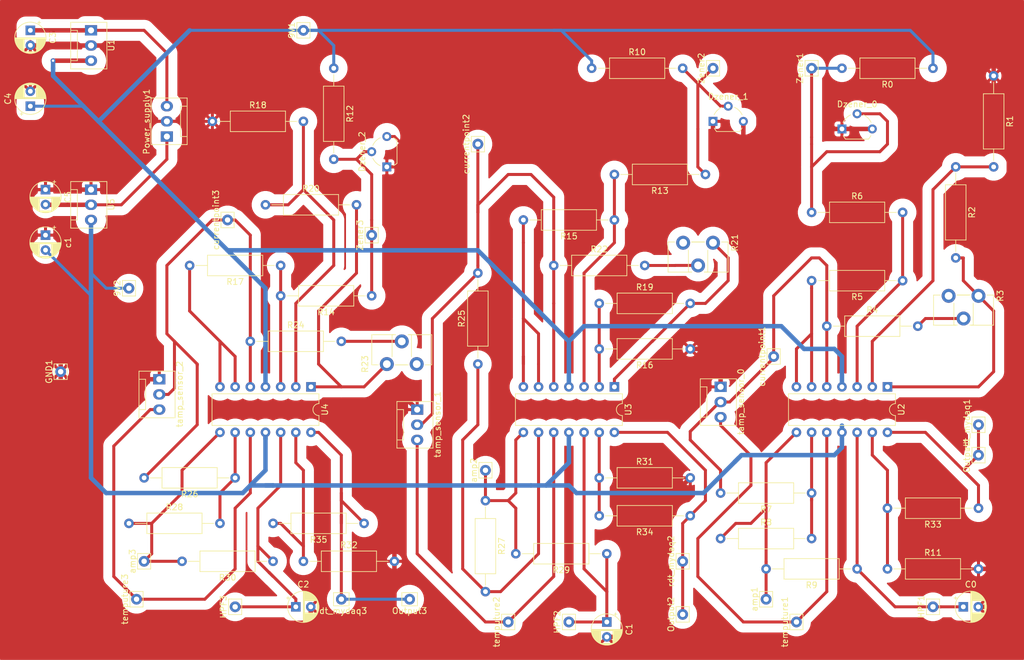
<source format=kicad_pcb>
(kicad_pcb (version 20171130) (host pcbnew "(5.1.6)-1")
  (title_block (title temperature_circuit))
  (layers (0 F.Cu signal) (31 B.Cu signal) (34 B.Paste user) (35 F.Paste user) (36 B.SilkS user) (37 F.SilkS user) (38 B.Mask user) (39 F.Mask user) (44 Edge.Cuts user))
  (net 0 "")
  (net 1 GND)
  (net 2 "Net-(C0-Pad1)")
  (net 3 "Net-(C1-Pad1)")
  (net 4 -9V)
  (net 5 "Net-(C2-Pad1)")
  (net 6 /12V)
  (net 7 9V)
  (net 8 /-12V)
  (net 9 "Net-(R1-Pad2)")
  (net 10 "Net-(R2-Pad2)")
  (net 11 "Net-(R3-Pad2)")
  (net 12 "Net-(R5-Pad1)")
  (net 13 "Net-(R5-Pad2)")
  (net 14 "Net-(R7-Pad1)")
  (net 15 "Net-(R8-Pad1)")
  (net 16 "Net-(R11-Pad1)")
  (net 17 "Net-(R13-Pad2)")
  (net 18 "Net-(R14-Pad2)")
  (net 19 "Net-(R15-Pad2)")
  (net 20 "Net-(R16-Pad2)")
  (net 21 "Net-(R17-Pad2)")
  (net 22 "Net-(R18-Pad2)")
  (net 23 "Net-(R19-Pad2)")
  (net 24 "Net-(R20-Pad2)")
  (net 25 "Net-(R21-Pad2)")
  (net 26 "Net-(R23-Pad2)")
  (net 27 "Net-(R25-Pad1)")
  (net 28 "Net-(R26-Pad1)")
  (net 29 "Net-(R27-Pad1)")
  (net 30 "Net-(R28-Pad1)")
  (net 31 "Net-(R31-Pad1)")
  (net 32 "Net-(R32-Pad1)")
  (net 33 /Black02)
  (net 34 /Black12)
  (net 35 /Black22)
  (net 36 /Black01)
  (net 37 /Black11)
  (net 38 /Black21)
  (net 39 "Net-(Output1-Pad1)")
  (net 40 "Net-(Output2-Pad1)")
  (net 41 "Net-(Output3-Pad1)")
  (net 42 "Net-(Dzener_0-Pad2)")
  (net 43 "Net-(Dzener_1-Pad2)")
  (net 44 "Net-(Dzener_2-Pad2)")
  (module Connector_Pin:Pin_D0.9mm_L10.0mm_W2.4mm_FlatFork (layer F.Cu) (at 127 114.3 270)
    (fp_text reference Output2 (at 0 1.95 90) (layer F.SilkS))
    (fp_text value testpoint16)
    (pad 1 thru_hole circle (at 0 0 270) (size 1.8 1.8) (drill 0.9) (layers *.Cu *.Mask) (net 40 "Net-(Output2-Pad1)"))
  )
  (module Connector_Pin:Pin_D0.9mm_L10.0mm_W2.4mm_FlatFork (layer F.Cu) (at 176.53 82.55 270)
    (fp_text reference rdt_mydaq1 (at 0 1.95 90) (layer F.SilkS))
    (fp_text value Conn_01x01_Female)
    (pad 1 thru_hole circle (at 0 0 270) (size 1.8 1.8) (drill 0.9) (layers *.Cu *.Mask) (net 39 "Net-(Output1-Pad1)"))
  )
  (module Connector:FanPinHeader_1x03_P2.54mm_Vertical (layer F.Cu) (at 27.94 16.51 270)
    (fp_text reference U1 (at 2.5 -3.4 90) (layer F.SilkS))
    (fp_text value L7809)
    (pad 3 thru_hole oval (at 5.08 0) (size 2.03 1.73) (drill 1.02) (layers *.Cu *.Mask) (net 7 9V))
    (pad 2 thru_hole oval (at 2.54 0) (size 2.03 1.73) (drill 1.02) (layers *.Cu *.Mask) (net 1 GND))
    (pad 1 thru_hole rect (at 0 0) (size 2.03 1.73) (drill 1.02) (layers *.Cu *.Mask) (net 6 /12V))
  )
  (module Connector:FanPinHeader_1x03_P2.54mm_Vertical (layer F.Cu) (at 27.94 43.18 270)
    (fp_text reference U5 (at 2.5 -3.4 90) (layer F.SilkS))
    (fp_text value LM7909_TO220)
    (pad 3 thru_hole oval (at 5.08 0) (size 2.03 1.73) (drill 1.02) (layers *.Cu *.Mask) (net 4 -9V))
    (pad 2 thru_hole oval (at 2.54 0) (size 2.03 1.73) (drill 1.02) (layers *.Cu *.Mask) (net 8 /-12V))
    (pad 1 thru_hole rect (at 0 0) (size 2.03 1.73) (drill 1.02) (layers *.Cu *.Mask) (net 1 GND))
  )
  (module Package_DIP:DIP-14_W7.62mm (layer F.Cu) (at 161.29 76.2 270)
    (fp_text reference U2 (at 3.81 -2.33 90) (layer F.SilkS))
    (fp_text value TL084)
    (pad 14 thru_hole oval (at 7.62 0 270) (size 1.6 1.6) (drill 0.8) (layers *.Cu *.Mask) (net 39 "Net-(Output1-Pad1)"))
    (pad 7 thru_hole oval (at 0 15.24 270) (size 1.6 1.6) (drill 0.8) (layers *.Cu *.Mask) (net 13 "Net-(R5-Pad2)"))
    (pad 13 thru_hole oval (at 7.62 2.54 270) (size 1.6 1.6) (drill 0.8) (layers *.Cu *.Mask) (net 16 "Net-(R11-Pad1)"))
    (pad 6 thru_hole oval (at 0 12.7 270) (size 1.6 1.6) (drill 0.8) (layers *.Cu *.Mask) (net 13 "Net-(R5-Pad2)"))
    (pad 12 thru_hole oval (at 7.62 5.08 270) (size 1.6 1.6) (drill 0.8) (layers *.Cu *.Mask) (net 2 "Net-(C0-Pad1)"))
    (pad 5 thru_hole oval (at 0 10.16 270) (size 1.6 1.6) (drill 0.8) (layers *.Cu *.Mask) (net 36 /Black01))
    (pad 11 thru_hole oval (at 7.62 7.62 270) (size 1.6 1.6) (drill 0.8) (layers *.Cu *.Mask) (net 4 -9V))
    (pad 4 thru_hole oval (at 0 7.62 270) (size 1.6 1.6) (drill 0.8) (layers *.Cu *.Mask) (net 7 9V))
    (pad 10 thru_hole oval (at 7.62 10.16 270) (size 1.6 1.6) (drill 0.8) (layers *.Cu *.Mask) (net 33 /Black02))
    (pad 3 thru_hole oval (at 0 5.08 270) (size 1.6 1.6) (drill 0.8) (layers *.Cu *.Mask) (net 12 "Net-(R5-Pad1)"))
    (pad 9 thru_hole oval (at 7.62 12.7 270) (size 1.6 1.6) (drill 0.8) (layers *.Cu *.Mask) (net 14 "Net-(R7-Pad1)"))
    (pad 2 thru_hole oval (at 0 2.54 270) (size 1.6 1.6) (drill 0.8) (layers *.Cu *.Mask) (net 9 "Net-(R1-Pad2)"))
    (pad 8 thru_hole oval (at 7.62 15.24 270) (size 1.6 1.6) (drill 0.8) (layers *.Cu *.Mask) (net 15 "Net-(R8-Pad1)"))
    (pad 1 thru_hole rect (at 0 0 270) (size 1.6 1.6) (drill 0.8) (layers *.Cu *.Mask) (net 10 "Net-(R2-Pad2)"))
  )
  (module Package_DIP:DIP-14_W7.62mm (layer F.Cu) (at 64.77 76.2 270)
    (fp_text reference U4 (at 3.81 -2.33 90) (layer F.SilkS))
    (fp_text value TL084)
    (pad 14 thru_hole oval (at 7.62 0 270) (size 1.6 1.6) (drill 0.8) (layers *.Cu *.Mask) (net 41 "Net-(Output3-Pad1)"))
    (pad 7 thru_hole oval (at 0 15.24 270) (size 1.6 1.6) (drill 0.8) (layers *.Cu *.Mask) (net 21 "Net-(R17-Pad2)"))
    (pad 13 thru_hole oval (at 7.62 2.54 270) (size 1.6 1.6) (drill 0.8) (layers *.Cu *.Mask) (net 32 "Net-(R32-Pad1)"))
    (pad 6 thru_hole oval (at 0 12.7 270) (size 1.6 1.6) (drill 0.8) (layers *.Cu *.Mask) (net 21 "Net-(R17-Pad2)"))
    (pad 12 thru_hole oval (at 7.62 5.08 270) (size 1.6 1.6) (drill 0.8) (layers *.Cu *.Mask) (net 5 "Net-(C2-Pad1)"))
    (pad 5 thru_hole oval (at 0 10.16 270) (size 1.6 1.6) (drill 0.8) (layers *.Cu *.Mask) (net 38 /Black21))
    (pad 11 thru_hole oval (at 7.62 7.62 270) (size 1.6 1.6) (drill 0.8) (layers *.Cu *.Mask) (net 4 -9V))
    (pad 4 thru_hole oval (at 0 7.62 270) (size 1.6 1.6) (drill 0.8) (layers *.Cu *.Mask) (net 7 9V))
    (pad 10 thru_hole oval (at 7.62 10.16 270) (size 1.6 1.6) (drill 0.8) (layers *.Cu *.Mask) (net 35 /Black22))
    (pad 3 thru_hole oval (at 0 5.08 270) (size 1.6 1.6) (drill 0.8) (layers *.Cu *.Mask) (net 18 "Net-(R14-Pad2)"))
    (pad 9 thru_hole oval (at 7.62 12.7 270) (size 1.6 1.6) (drill 0.8) (layers *.Cu *.Mask) (net 28 "Net-(R26-Pad1)"))
    (pad 2 thru_hole oval (at 0 2.54 270) (size 1.6 1.6) (drill 0.8) (layers *.Cu *.Mask) (net 22 "Net-(R18-Pad2)"))
    (pad 8 thru_hole oval (at 7.62 15.24 270) (size 1.6 1.6) (drill 0.8) (layers *.Cu *.Mask) (net 30 "Net-(R28-Pad1)"))
    (pad 1 thru_hole rect (at 0 0 270) (size 1.6 1.6) (drill 0.8) (layers *.Cu *.Mask) (net 24 "Net-(R20-Pad2)"))
  )
  (module Package_DIP:DIP-14_W7.62mm (layer F.Cu) (at 115.57 76.2 270)
    (fp_text reference U3 (at 3.81 -2.33 90) (layer F.SilkS))
    (fp_text value TL084)
    (pad 14 thru_hole oval (at 7.62 0 270) (size 1.6 1.6) (drill 0.8) (layers *.Cu *.Mask) (net 40 "Net-(Output2-Pad1)"))
    (pad 7 thru_hole oval (at 0 15.24 270) (size 1.6 1.6) (drill 0.8) (layers *.Cu *.Mask) (net 19 "Net-(R15-Pad2)"))
    (pad 13 thru_hole oval (at 7.62 2.54 270) (size 1.6 1.6) (drill 0.8) (layers *.Cu *.Mask) (net 31 "Net-(R31-Pad1)"))
    (pad 6 thru_hole oval (at 0 12.7 270) (size 1.6 1.6) (drill 0.8) (layers *.Cu *.Mask) (net 19 "Net-(R15-Pad2)"))
    (pad 12 thru_hole oval (at 7.62 5.08 270) (size 1.6 1.6) (drill 0.8) (layers *.Cu *.Mask) (net 3 "Net-(C1-Pad1)"))
    (pad 5 thru_hole oval (at 0 10.16 270) (size 1.6 1.6) (drill 0.8) (layers *.Cu *.Mask) (net 37 /Black11))
    (pad 11 thru_hole oval (at 7.62 7.62 270) (size 1.6 1.6) (drill 0.8) (layers *.Cu *.Mask) (net 4 -9V))
    (pad 4 thru_hole oval (at 0 7.62 270) (size 1.6 1.6) (drill 0.8) (layers *.Cu *.Mask) (net 7 9V))
    (pad 10 thru_hole oval (at 7.62 10.16 270) (size 1.6 1.6) (drill 0.8) (layers *.Cu *.Mask) (net 34 /Black12))
    (pad 3 thru_hole oval (at 0 5.08 270) (size 1.6 1.6) (drill 0.8) (layers *.Cu *.Mask) (net 17 "Net-(R13-Pad2)"))
    (pad 9 thru_hole oval (at 7.62 12.7 270) (size 1.6 1.6) (drill 0.8) (layers *.Cu *.Mask) (net 27 "Net-(R25-Pad1)"))
    (pad 2 thru_hole oval (at 0 2.54 270) (size 1.6 1.6) (drill 0.8) (layers *.Cu *.Mask) (net 20 "Net-(R16-Pad2)"))
    (pad 8 thru_hole oval (at 7.62 15.24 270) (size 1.6 1.6) (drill 0.8) (layers *.Cu *.Mask) (net 29 "Net-(R27-Pad1)"))
    (pad 1 thru_hole rect (at 0 0 270) (size 1.6 1.6) (drill 0.8) (layers *.Cu *.Mask) (net 23 "Net-(R19-Pad2)"))
  )
  (module Connector:FanPinHeader_1x03_P2.54mm_Vertical (layer F.Cu) (at 39.37 74.93 270)
    (fp_text reference tamp_sensor_2 (at 2.5 -3.4 90) (layer F.SilkS))
    (fp_text value USW3426)
    (pad 3 thru_hole oval (at 5.08 0) (size 2.03 1.73) (drill 1.02) (layers *.Cu *.Mask) (net 35 /Black22))
    (pad 2 thru_hole oval (at 2.54 0) (size 2.03 1.73) (drill 1.02) (layers *.Cu *.Mask) (net 38 /Black21))
    (pad 1 thru_hole rect (at 0 0) (size 2.03 1.73) (drill 1.02) (layers *.Cu *.Mask) (net 1 GND))
  )
  (module Connector:FanPinHeader_1x03_P2.54mm_Vertical (layer F.Cu) (at 82.55 80.01 270)
    (fp_text reference tamp_sensor_1 (at 2.5 -3.4 90) (layer F.SilkS))
    (fp_text value USW3426)
    (pad 3 thru_hole oval (at 5.08 0) (size 2.03 1.73) (drill 1.02) (layers *.Cu *.Mask) (net 34 /Black12))
    (pad 2 thru_hole oval (at 2.54 0) (size 2.03 1.73) (drill 1.02) (layers *.Cu *.Mask) (net 37 /Black11))
    (pad 1 thru_hole rect (at 0 0) (size 2.03 1.73) (drill 1.02) (layers *.Cu *.Mask) (net 1 GND))
  )
  (module Connector:FanPinHeader_1x03_P2.54mm_Vertical (layer F.Cu) (at 133.35 76.2 270)
    (fp_text reference tamp_sensor_0 (at 2.5 -3.4 90) (layer F.SilkS))
    (fp_text value USW3426)
    (pad 3 thru_hole oval (at 5.08 0) (size 2.03 1.73) (drill 1.02) (layers *.Cu *.Mask) (net 33 /Black02))
    (pad 2 thru_hole oval (at 2.54 0) (size 2.03 1.73) (drill 1.02) (layers *.Cu *.Mask) (net 36 /Black01))
    (pad 1 thru_hole rect (at 0 0) (size 2.03 1.73) (drill 1.02) (layers *.Cu *.Mask) (net 1 GND))
  )
  (module Connector_Pin:Pin_D0.9mm_L10.0mm_W2.4mm_FlatFork (layer F.Cu) (at 69.85 111.76)
    (fp_text reference rdt_mydaq3 (at 0 1.95) (layer F.SilkS))
    (fp_text value Conn_01x01_Female)
    (pad 1 thru_hole circle (at 0 0) (size 1.8 1.8) (drill 0.9) (layers *.Cu *.Mask) (net 41 "Net-(Output3-Pad1)"))
  )
  (module Connector_Pin:Pin_D0.9mm_L10.0mm_W2.4mm_FlatFork (layer F.Cu) (at 127 105.41 270)
    (fp_text reference rdt_mydaq2 (at 0 1.95 90) (layer F.SilkS))
    (fp_text value Conn_01x01_Female)
    (pad 1 thru_hole circle (at 0 0 270) (size 1.8 1.8) (drill 0.9) (layers *.Cu *.Mask) (net 40 "Net-(Output2-Pad1)"))
  )
  (module Resistor_THT:R_Axial_DIN0309_L9.0mm_D3.2mm_P15.24mm_Horizontal (layer F.Cu) (at 73.66 99.06 180)
    (fp_text reference R35 (at 7.62 -2.72) (layer F.SilkS))
    (fp_text value 20K)
    (pad 2 thru_hole oval (at 15.24 0 180) (size 1.6 1.6) (drill 0.8) (layers *.Cu *.Mask) (net 32 "Net-(R32-Pad1)"))
    (pad 1 thru_hole circle (at 0 0 180) (size 1.6 1.6) (drill 0.8) (layers *.Cu *.Mask) (net 41 "Net-(Output3-Pad1)"))
  )
  (module Resistor_THT:R_Axial_DIN0309_L9.0mm_D3.2mm_P15.24mm_Horizontal (layer F.Cu) (at 128.27 97.79 180)
    (fp_text reference R34 (at 7.62 -2.72) (layer F.SilkS))
    (fp_text value 20K)
    (pad 2 thru_hole oval (at 15.24 0 180) (size 1.6 1.6) (drill 0.8) (layers *.Cu *.Mask) (net 31 "Net-(R31-Pad1)"))
    (pad 1 thru_hole circle (at 0 0 180) (size 1.6 1.6) (drill 0.8) (layers *.Cu *.Mask) (net 40 "Net-(Output2-Pad1)"))
  )
  (module Resistor_THT:R_Axial_DIN0309_L9.0mm_D3.2mm_P15.24mm_Horizontal (layer F.Cu) (at 176.53 96.52 180)
    (fp_text reference R33 (at 7.62 -2.72) (layer F.SilkS))
    (fp_text value 20K)
    (pad 2 thru_hole oval (at 15.24 0 180) (size 1.6 1.6) (drill 0.8) (layers *.Cu *.Mask) (net 16 "Net-(R11-Pad1)"))
    (pad 1 thru_hole circle (at 0 0 180) (size 1.6 1.6) (drill 0.8) (layers *.Cu *.Mask) (net 39 "Net-(Output1-Pad1)"))
  )
  (module Resistor_THT:R_Axial_DIN0309_L9.0mm_D3.2mm_P15.24mm_Horizontal (layer F.Cu) (at 63.5 105.41)
    (fp_text reference R32 (at 7.62 -2.72) (layer F.SilkS))
    (fp_text value 2K)
    (pad 2 thru_hole oval (at 15.24 0) (size 1.6 1.6) (drill 0.8) (layers *.Cu *.Mask) (net 1 GND))
    (pad 1 thru_hole circle (at 0 0) (size 1.6 1.6) (drill 0.8) (layers *.Cu *.Mask) (net 32 "Net-(R32-Pad1)"))
  )
  (module Resistor_THT:R_Axial_DIN0309_L9.0mm_D3.2mm_P15.24mm_Horizontal (layer F.Cu) (at 113.03 91.44)
    (fp_text reference R31 (at 7.62 -2.72) (layer F.SilkS))
    (fp_text value 2K)
    (pad 2 thru_hole oval (at 15.24 0) (size 1.6 1.6) (drill 0.8) (layers *.Cu *.Mask) (net 1 GND))
    (pad 1 thru_hole circle (at 0 0) (size 1.6 1.6) (drill 0.8) (layers *.Cu *.Mask) (net 31 "Net-(R31-Pad1)"))
  )
  (module Resistor_THT:R_Axial_DIN0309_L9.0mm_D3.2mm_P15.24mm_Horizontal (layer F.Cu) (at 58.42 105.41 180)
    (fp_text reference R30 (at 7.62 -2.72) (layer F.SilkS))
    (fp_text value 1k)
    (pad 2 thru_hole oval (at 15.24 0 180) (size 1.6 1.6) (drill 0.8) (layers *.Cu *.Mask) (net 30 "Net-(R28-Pad1)"))
    (pad 1 thru_hole circle (at 0 0 180) (size 1.6 1.6) (drill 0.8) (layers *.Cu *.Mask) (net 5 "Net-(C2-Pad1)"))
  )
  (module Resistor_THT:R_Axial_DIN0309_L9.0mm_D3.2mm_P15.24mm_Horizontal (layer F.Cu) (at 114.3 104.14 180)
    (fp_text reference R29 (at 7.62 -2.72) (layer F.SilkS))
    (fp_text value 1k)
    (pad 2 thru_hole oval (at 15.24 0 180) (size 1.6 1.6) (drill 0.8) (layers *.Cu *.Mask) (net 29 "Net-(R27-Pad1)"))
    (pad 1 thru_hole circle (at 0 0 180) (size 1.6 1.6) (drill 0.8) (layers *.Cu *.Mask) (net 3 "Net-(C1-Pad1)"))
  )
  (module Resistor_THT:R_Axial_DIN0309_L9.0mm_D3.2mm_P15.24mm_Horizontal (layer F.Cu) (at 34.29 99.06)
    (fp_text reference R28 (at 7.62 -2.72) (layer F.SilkS))
    (fp_text value 100K)
    (pad 2 thru_hole oval (at 15.24 0) (size 1.6 1.6) (drill 0.8) (layers *.Cu *.Mask) (net 28 "Net-(R26-Pad1)"))
    (pad 1 thru_hole circle (at 0 0) (size 1.6 1.6) (drill 0.8) (layers *.Cu *.Mask) (net 30 "Net-(R28-Pad1)"))
  )
  (module Resistor_THT:R_Axial_DIN0309_L9.0mm_D3.2mm_P15.24mm_Horizontal (layer F.Cu) (at 93.98 95.25 270)
    (fp_text reference R27 (at 7.62 -2.72 90) (layer F.SilkS))
    (fp_text value 100K)
    (pad 2 thru_hole oval (at 15.24 0 270) (size 1.6 1.6) (drill 0.8) (layers *.Cu *.Mask) (net 27 "Net-(R25-Pad1)"))
    (pad 1 thru_hole circle (at 0 0 270) (size 1.6 1.6) (drill 0.8) (layers *.Cu *.Mask) (net 29 "Net-(R27-Pad1)"))
  )
  (module Resistor_THT:R_Axial_DIN0309_L9.0mm_D3.2mm_P15.24mm_Horizontal (layer F.Cu) (at 52.07 91.44 180)
    (fp_text reference R26 (at 7.62 -2.72) (layer F.SilkS))
    (fp_text value 100K)
    (pad 2 thru_hole oval (at 15.24 0 180) (size 1.6 1.6) (drill 0.8) (layers *.Cu *.Mask) (net 38 /Black21))
    (pad 1 thru_hole circle (at 0 0 180) (size 1.6 1.6) (drill 0.8) (layers *.Cu *.Mask) (net 28 "Net-(R26-Pad1)"))
  )
  (module Resistor_THT:R_Axial_DIN0309_L9.0mm_D3.2mm_P15.24mm_Horizontal (layer F.Cu) (at 92.71 72.39 90)
    (fp_text reference R25 (at 7.62 -2.72 90) (layer F.SilkS))
    (fp_text value 100K)
    (pad 2 thru_hole oval (at 15.24 0 90) (size 1.6 1.6) (drill 0.8) (layers *.Cu *.Mask) (net 37 /Black11))
    (pad 1 thru_hole circle (at 0 0 90) (size 1.6 1.6) (drill 0.8) (layers *.Cu *.Mask) (net 27 "Net-(R25-Pad1)"))
  )
  (module Resistor_THT:R_Axial_DIN0309_L9.0mm_D3.2mm_P15.24mm_Horizontal (layer F.Cu) (at 54.61 68.58)
    (fp_text reference R24 (at 7.62 -2.72) (layer F.SilkS))
    (fp_text value 12K)
    (pad 2 thru_hole oval (at 15.24 0) (size 1.6 1.6) (drill 0.8) (layers *.Cu *.Mask) (net 26 "Net-(R23-Pad2)"))
    (pad 1 thru_hole circle (at 0 0) (size 1.6 1.6) (drill 0.8) (layers *.Cu *.Mask) (net 38 /Black21))
  )
  (module Potentiometer_THT:Potentiometer_ACP_CA9-H3,8_Horizontal (layer F.Cu) (at 77.47 72.39 90)
    (fp_text reference R23 (at 0 -3.65 90) (layer F.SilkS))
    (fp_text value 25K)
    (pad 1 thru_hole circle (at 0 0 90) (size 2.34 2.34) (drill 1.3) (layers *.Cu *.Mask) (net 24 "Net-(R20-Pad2)"))
    (pad 2 thru_hole circle (at 3.8 2.5 90) (size 2.34 2.34) (drill 1.3) (layers *.Cu *.Mask) (net 26 "Net-(R23-Pad2)"))
    (pad 3 thru_hole circle (at 0 5 90) (size 2.34 2.34) (drill 1.3) (layers *.Cu *.Mask))
  )
  (module Resistor_THT:R_Axial_DIN0309_L9.0mm_D3.2mm_P15.24mm_Horizontal (layer F.Cu) (at 105.41 55.88)
    (fp_text reference R22 (at 7.62 -2.72) (layer F.SilkS))
    (fp_text value 12K)
    (pad 2 thru_hole oval (at 15.24 0) (size 1.6 1.6) (drill 0.8) (layers *.Cu *.Mask) (net 25 "Net-(R21-Pad2)"))
    (pad 1 thru_hole circle (at 0 0) (size 1.6 1.6) (drill 0.8) (layers *.Cu *.Mask) (net 37 /Black11))
  )
  (module Potentiometer_THT:Potentiometer_ACP_CA9-H3,8_Horizontal (layer F.Cu) (at 132.08 52.07 270)
    (fp_text reference R21 (at 0 -3.65 90) (layer F.SilkS))
    (fp_text value 25K)
    (pad 1 thru_hole circle (at 0 0 270) (size 2.34 2.34) (drill 1.3) (layers *.Cu *.Mask) (net 23 "Net-(R19-Pad2)"))
    (pad 2 thru_hole circle (at 3.8 2.5 270) (size 2.34 2.34) (drill 1.3) (layers *.Cu *.Mask) (net 25 "Net-(R21-Pad2)"))
    (pad 3 thru_hole circle (at 0 5 270) (size 2.34 2.34) (drill 1.3) (layers *.Cu *.Mask))
  )
  (module Resistor_THT:R_Axial_DIN0309_L9.0mm_D3.2mm_P15.24mm_Horizontal (layer F.Cu) (at 57.15 45.72)
    (fp_text reference R20 (at 7.62 -2.72) (layer F.SilkS))
    (fp_text value 10K)
    (pad 2 thru_hole oval (at 15.24 0) (size 1.6 1.6) (drill 0.8) (layers *.Cu *.Mask) (net 24 "Net-(R20-Pad2)"))
    (pad 1 thru_hole circle (at 0 0) (size 1.6 1.6) (drill 0.8) (layers *.Cu *.Mask) (net 22 "Net-(R18-Pad2)"))
  )
  (module Resistor_THT:R_Axial_DIN0309_L9.0mm_D3.2mm_P15.24mm_Horizontal (layer F.Cu) (at 113.03 62.23)
    (fp_text reference R19 (at 7.62 -2.72) (layer F.SilkS))
    (fp_text value 10K)
    (pad 2 thru_hole oval (at 15.24 0) (size 1.6 1.6) (drill 0.8) (layers *.Cu *.Mask) (net 23 "Net-(R19-Pad2)"))
    (pad 1 thru_hole circle (at 0 0) (size 1.6 1.6) (drill 0.8) (layers *.Cu *.Mask) (net 20 "Net-(R16-Pad2)"))
  )
  (module Resistor_THT:R_Axial_DIN0309_L9.0mm_D3.2mm_P15.24mm_Horizontal (layer F.Cu) (at 48.26 31.75)
    (fp_text reference R18 (at 7.62 -2.72) (layer F.SilkS))
    (fp_text value 10K)
    (pad 2 thru_hole oval (at 15.24 0) (size 1.6 1.6) (drill 0.8) (layers *.Cu *.Mask) (net 22 "Net-(R18-Pad2)"))
    (pad 1 thru_hole circle (at 0 0) (size 1.6 1.6) (drill 0.8) (layers *.Cu *.Mask) (net 1 GND))
  )
  (module Resistor_THT:R_Axial_DIN0309_L9.0mm_D3.2mm_P15.24mm_Horizontal (layer F.Cu) (at 59.69 55.88 180)
    (fp_text reference R17 (at 7.62 -2.72) (layer F.SilkS))
    (fp_text value 10K)
    (pad 2 thru_hole oval (at 15.24 0 180) (size 1.6 1.6) (drill 0.8) (layers *.Cu *.Mask) (net 21 "Net-(R17-Pad2)"))
    (pad 1 thru_hole circle (at 0 0 180) (size 1.6 1.6) (drill 0.8) (layers *.Cu *.Mask) (net 18 "Net-(R14-Pad2)"))
  )
  (module Resistor_THT:R_Axial_DIN0309_L9.0mm_D3.2mm_P15.24mm_Horizontal (layer F.Cu) (at 128.27 69.85 180)
    (fp_text reference R16 (at 7.62 -2.72) (layer F.SilkS))
    (fp_text value 10K)
    (pad 2 thru_hole oval (at 15.24 0 180) (size 1.6 1.6) (drill 0.8) (layers *.Cu *.Mask) (net 20 "Net-(R16-Pad2)"))
    (pad 1 thru_hole circle (at 0 0 180) (size 1.6 1.6) (drill 0.8) (layers *.Cu *.Mask) (net 1 GND))
  )
  (module Resistor_THT:R_Axial_DIN0309_L9.0mm_D3.2mm_P15.24mm_Horizontal (layer F.Cu) (at 115.57 48.26 180)
    (fp_text reference R15 (at 7.62 -2.72) (layer F.SilkS))
    (fp_text value 10K)
    (pad 2 thru_hole oval (at 15.24 0 180) (size 1.6 1.6) (drill 0.8) (layers *.Cu *.Mask) (net 19 "Net-(R15-Pad2)"))
    (pad 1 thru_hole circle (at 0 0 180) (size 1.6 1.6) (drill 0.8) (layers *.Cu *.Mask) (net 17 "Net-(R13-Pad2)"))
  )
  (module Resistor_THT:R_Axial_DIN0309_L9.0mm_D3.2mm_P15.24mm_Horizontal (layer F.Cu) (at 74.93 60.96 180)
    (fp_text reference R14 (at 7.62 -2.72) (layer F.SilkS))
    (fp_text value 10K)
    (pad 2 thru_hole oval (at 15.24 0 180) (size 1.6 1.6) (drill 0.8) (layers *.Cu *.Mask) (net 18 "Net-(R14-Pad2)"))
    (pad 1 thru_hole circle (at 0 0 180) (size 1.6 1.6) (drill 0.8) (layers *.Cu *.Mask) (net 44 "Net-(Dzener_2-Pad2)"))
  )
  (module Resistor_THT:R_Axial_DIN0309_L9.0mm_D3.2mm_P15.24mm_Horizontal (layer F.Cu) (at 130.81 40.64 180)
    (fp_text reference R13 (at 7.62 -2.72) (layer F.SilkS))
    (fp_text value 10K)
    (pad 2 thru_hole oval (at 15.24 0 180) (size 1.6 1.6) (drill 0.8) (layers *.Cu *.Mask) (net 17 "Net-(R13-Pad2)"))
    (pad 1 thru_hole circle (at 0 0 180) (size 1.6 1.6) (drill 0.8) (layers *.Cu *.Mask) (net 43 "Net-(Dzener_1-Pad2)"))
  )
  (module Resistor_THT:R_Axial_DIN0309_L9.0mm_D3.2mm_P15.24mm_Horizontal (layer F.Cu) (at 68.58 22.86 270)
    (fp_text reference R12 (at 7.62 -2.72 90) (layer F.SilkS))
    (fp_text value 5.1K)
    (pad 2 thru_hole oval (at 15.24 0 270) (size 1.6 1.6) (drill 0.8) (layers *.Cu *.Mask) (net 44 "Net-(Dzener_2-Pad2)"))
    (pad 1 thru_hole circle (at 0 0 270) (size 1.6 1.6) (drill 0.8) (layers *.Cu *.Mask) (net 7 9V))
  )
  (module Resistor_THT:R_Axial_DIN0309_L9.0mm_D3.2mm_P15.24mm_Horizontal (layer F.Cu) (at 161.29 106.68)
    (fp_text reference R11 (at 7.62 -2.72) (layer F.SilkS))
    (fp_text value 2K)
    (pad 2 thru_hole oval (at 15.24 0) (size 1.6 1.6) (drill 0.8) (layers *.Cu *.Mask) (net 1 GND))
    (pad 1 thru_hole circle (at 0 0) (size 1.6 1.6) (drill 0.8) (layers *.Cu *.Mask) (net 16 "Net-(R11-Pad1)"))
  )
  (module Resistor_THT:R_Axial_DIN0309_L9.0mm_D3.2mm_P15.24mm_Horizontal (layer F.Cu) (at 111.76 22.86)
    (fp_text reference R10 (at 7.62 -2.72) (layer F.SilkS))
    (fp_text value 5.1K)
    (pad 2 thru_hole oval (at 15.24 0) (size 1.6 1.6) (drill 0.8) (layers *.Cu *.Mask) (net 43 "Net-(Dzener_1-Pad2)"))
    (pad 1 thru_hole circle (at 0 0) (size 1.6 1.6) (drill 0.8) (layers *.Cu *.Mask) (net 7 9V))
  )
  (module Resistor_THT:R_Axial_DIN0309_L9.0mm_D3.2mm_P15.24mm_Horizontal (layer F.Cu) (at 156.21 106.68 180)
    (fp_text reference R9 (at 7.62 -2.72) (layer F.SilkS))
    (fp_text value 1k)
    (pad 2 thru_hole oval (at 15.24 0 180) (size 1.6 1.6) (drill 0.8) (layers *.Cu *.Mask) (net 15 "Net-(R8-Pad1)"))
    (pad 1 thru_hole circle (at 0 0 180) (size 1.6 1.6) (drill 0.8) (layers *.Cu *.Mask) (net 2 "Net-(C0-Pad1)"))
  )
  (module Resistor_THT:R_Axial_DIN0309_L9.0mm_D3.2mm_P15.24mm_Horizontal (layer F.Cu) (at 133.35 101.6)
    (fp_text reference R8 (at 7.62 -2.72) (layer F.SilkS))
    (fp_text value 100K)
    (pad 2 thru_hole oval (at 15.24 0) (size 1.6 1.6) (drill 0.8) (layers *.Cu *.Mask) (net 14 "Net-(R7-Pad1)"))
    (pad 1 thru_hole circle (at 0 0) (size 1.6 1.6) (drill 0.8) (layers *.Cu *.Mask) (net 15 "Net-(R8-Pad1)"))
  )
  (module Resistor_THT:R_Axial_DIN0309_L9.0mm_D3.2mm_P15.24mm_Horizontal (layer F.Cu) (at 148.59 93.98 180)
    (fp_text reference R7 (at 7.62 -2.72) (layer F.SilkS))
    (fp_text value 100K)
    (pad 2 thru_hole oval (at 15.24 0 180) (size 1.6 1.6) (drill 0.8) (layers *.Cu *.Mask) (net 36 /Black01))
    (pad 1 thru_hole circle (at 0 0 180) (size 1.6 1.6) (drill 0.8) (layers *.Cu *.Mask) (net 14 "Net-(R7-Pad1)"))
  )
  (module Resistor_THT:R_Axial_DIN0309_L9.0mm_D3.2mm_P15.24mm_Horizontal (layer F.Cu) (at 148.59 46.99)
    (fp_text reference R6 (at 7.62 -2.72) (layer F.SilkS))
    (fp_text value 10K)
    (pad 2 thru_hole oval (at 15.24 0) (size 1.6 1.6) (drill 0.8) (layers *.Cu *.Mask) (net 12 "Net-(R5-Pad1)"))
    (pad 1 thru_hole circle (at 0 0) (size 1.6 1.6) (drill 0.8) (layers *.Cu *.Mask) (net 42 "Net-(Dzener_0-Pad2)"))
  )
  (module Resistor_THT:R_Axial_DIN0309_L9.0mm_D3.2mm_P15.24mm_Horizontal (layer F.Cu) (at 163.83 58.42 180)
    (fp_text reference R5 (at 7.62 -2.72) (layer F.SilkS))
    (fp_text value 10K)
    (pad 2 thru_hole oval (at 15.24 0 180) (size 1.6 1.6) (drill 0.8) (layers *.Cu *.Mask) (net 13 "Net-(R5-Pad2)"))
    (pad 1 thru_hole circle (at 0 0 180) (size 1.6 1.6) (drill 0.8) (layers *.Cu *.Mask) (net 12 "Net-(R5-Pad1)"))
  )
  (module Resistor_THT:R_Axial_DIN0309_L9.0mm_D3.2mm_P15.24mm_Horizontal (layer F.Cu) (at 151.13 66.04)
    (fp_text reference R4 (at 7.62 -2.72) (layer F.SilkS))
    (fp_text value 12K)
    (pad 2 thru_hole oval (at 15.24 0) (size 1.6 1.6) (drill 0.8) (layers *.Cu *.Mask) (net 11 "Net-(R3-Pad2)"))
    (pad 1 thru_hole circle (at 0 0) (size 1.6 1.6) (drill 0.8) (layers *.Cu *.Mask) (net 36 /Black01))
  )
  (module Potentiometer_THT:Potentiometer_ACP_CA9-H3,8_Horizontal (layer F.Cu) (at 176.53 60.96 270)
    (fp_text reference R3 (at 0 -3.65 90) (layer F.SilkS))
    (fp_text value 25K)
    (pad 1 thru_hole circle (at 0 0 270) (size 2.34 2.34) (drill 1.3) (layers *.Cu *.Mask) (net 10 "Net-(R2-Pad2)"))
    (pad 2 thru_hole circle (at 3.8 2.5 270) (size 2.34 2.34) (drill 1.3) (layers *.Cu *.Mask) (net 11 "Net-(R3-Pad2)"))
    (pad 3 thru_hole circle (at 0 5 270) (size 2.34 2.34) (drill 1.3) (layers *.Cu *.Mask))
  )
  (module Resistor_THT:R_Axial_DIN0309_L9.0mm_D3.2mm_P15.24mm_Horizontal (layer F.Cu) (at 172.72 39.37 270)
    (fp_text reference R2 (at 7.62 -2.72 90) (layer F.SilkS))
    (fp_text value 10K)
    (pad 2 thru_hole oval (at 15.24 0 270) (size 1.6 1.6) (drill 0.8) (layers *.Cu *.Mask) (net 10 "Net-(R2-Pad2)"))
    (pad 1 thru_hole circle (at 0 0 270) (size 1.6 1.6) (drill 0.8) (layers *.Cu *.Mask) (net 9 "Net-(R1-Pad2)"))
  )
  (module Resistor_THT:R_Axial_DIN0309_L9.0mm_D3.2mm_P15.24mm_Horizontal (layer F.Cu) (at 179.07 24.13 270)
    (fp_text reference R1 (at 7.62 -2.72 90) (layer F.SilkS))
    (fp_text value 10K)
    (pad 2 thru_hole oval (at 15.24 0 270) (size 1.6 1.6) (drill 0.8) (layers *.Cu *.Mask) (net 9 "Net-(R1-Pad2)"))
    (pad 1 thru_hole circle (at 0 0 270) (size 1.6 1.6) (drill 0.8) (layers *.Cu *.Mask) (net 1 GND))
  )
  (module Resistor_THT:R_Axial_DIN0309_L9.0mm_D3.2mm_P15.24mm_Horizontal (layer F.Cu) (at 168.91 22.86 180)
    (fp_text reference R0 (at 7.62 -2.72) (layer F.SilkS))
    (fp_text value 5.1K)
    (pad 2 thru_hole oval (at 15.24 0 180) (size 1.6 1.6) (drill 0.8) (layers *.Cu *.Mask) (net 42 "Net-(Dzener_0-Pad2)"))
    (pad 1 thru_hole circle (at 0 0 180) (size 1.6 1.6) (drill 0.8) (layers *.Cu *.Mask) (net 7 9V))
  )
  (module Connector:FanPinHeader_1x03_P2.54mm_Vertical (layer F.Cu) (at 40.64 34.29 90)
    (fp_text reference Power_supply1 (at 2.5 -3.4 90) (layer F.SilkS))
    (fp_text value "12 GND -12")
    (pad 3 thru_hole oval (at 5.08 0 180) (size 2.03 1.73) (drill 1.02) (layers *.Cu *.Mask) (net 6 /12V))
    (pad 2 thru_hole oval (at 2.54 0 180) (size 2.03 1.73) (drill 1.02) (layers *.Cu *.Mask) (net 1 GND))
    (pad 1 thru_hole rect (at 0 0 180) (size 2.03 1.73) (drill 1.02) (layers *.Cu *.Mask) (net 8 /-12V))
  )
  (module Connector_Pin:Pin_D0.9mm_L10.0mm_W2.4mm_FlatFork (layer F.Cu) (at 63.5 16.51 270)
    (fp_text reference 9V1 (at 0 1.95 90) (layer F.SilkS))
    (fp_text value testpoint07)
    (pad 1 thru_hole circle (at 0 0 270) (size 1.8 1.8) (drill 0.9) (layers *.Cu *.Mask) (net 7 9V))
  )
  (module Connector_Pin:Pin_D0.9mm_L10.0mm_W2.4mm_FlatFork (layer F.Cu) (at 34.29 59.69 270)
    (fp_text reference 9V2 (at 0 1.95 90) (layer F.SilkS))
    (fp_text value testpoint08)
    (pad 1 thru_hole circle (at 0 0 270) (size 1.8 1.8) (drill 0.9) (layers *.Cu *.Mask) (net 4 -9V))
  )
  (module Connector_Pin:Pin_D0.9mm_L10.0mm_W2.4mm_FlatFork (layer F.Cu) (at 140.97 111.76 270)
    (fp_text reference amp1 (at 0 1.95 90) (layer F.SilkS))
    (fp_text value testpoint04)
    (pad 1 thru_hole circle (at 0 0 270) (size 1.8 1.8) (drill 0.9) (layers *.Cu *.Mask) (net 15 "Net-(R8-Pad1)"))
  )
  (module Connector_Pin:Pin_D0.9mm_L10.0mm_W2.4mm_FlatFork (layer F.Cu) (at 93.98 90.17 270)
    (fp_text reference amp2 (at 0 1.95 90) (layer F.SilkS))
    (fp_text value testpoint14)
    (pad 1 thru_hole circle (at 0 0 270) (size 1.8 1.8) (drill 0.9) (layers *.Cu *.Mask) (net 29 "Net-(R27-Pad1)"))
  )
  (module Connector_Pin:Pin_D0.9mm_L10.0mm_W2.4mm_FlatFork (layer F.Cu) (at 36.83 105.41 270)
    (fp_text reference amp3 (at 0 1.95 90) (layer F.SilkS))
    (fp_text value testpoint24)
    (pad 1 thru_hole circle (at 0 0 270) (size 1.8 1.8) (drill 0.9) (layers *.Cu *.Mask) (net 30 "Net-(R28-Pad1)"))
  )
  (module Connector_Pin:Pin_D0.9mm_L10.0mm_W2.4mm_FlatFork (layer F.Cu) (at 142.24 71.12 270)
    (fp_text reference currentpoint1 (at 0 1.95 90) (layer F.SilkS))
    (fp_text value testpoint02)
    (pad 1 thru_hole circle (at 0 0 270) (size 1.8 1.8) (drill 0.9) (layers *.Cu *.Mask) (net 36 /Black01))
  )
  (module Connector_Pin:Pin_D0.9mm_L10.0mm_W2.4mm_FlatFork (layer F.Cu) (at 92.71 35.56 270)
    (fp_text reference currentpoint2 (at 0 1.95 90) (layer F.SilkS))
    (fp_text value testpoint12)
    (pad 1 thru_hole circle (at 0 0 270) (size 1.8 1.8) (drill 0.9) (layers *.Cu *.Mask) (net 37 /Black11))
  )
  (module Connector_Pin:Pin_D0.9mm_L10.0mm_W2.4mm_FlatFork (layer F.Cu) (at 50.8 48.26 270)
    (fp_text reference currentpoint3 (at 0 1.95 90) (layer F.SilkS))
    (fp_text value testpoint22)
    (pad 1 thru_hole circle (at 0 0 270) (size 1.8 1.8) (drill 0.9) (layers *.Cu *.Mask) (net 38 /Black21))
  )
  (module Connector_Pin:Pin_D0.9mm_L10.0mm_W2.4mm_FlatFork (layer F.Cu) (at 22.86 73.66 270)
    (fp_text reference GND1 (at 0 1.95 90) (layer F.SilkS))
    (fp_text value testpoint09)
    (pad 1 thru_hole circle (at 0 0 270) (size 1.8 1.8) (drill 0.9) (layers *.Cu *.Mask) (net 1 GND))
  )
  (module Connector_Pin:Pin_D0.9mm_L10.0mm_W2.4mm_FlatFork (layer F.Cu) (at 168.91 113.03 270)
    (fp_text reference HPF1 (at 0 1.95 90) (layer F.SilkS))
    (fp_text value testpoint05)
    (pad 1 thru_hole circle (at 0 0 270) (size 1.8 1.8) (drill 0.9) (layers *.Cu *.Mask) (net 2 "Net-(C0-Pad1)"))
  )
  (module Connector_Pin:Pin_D0.9mm_L10.0mm_W2.4mm_FlatFork (layer F.Cu) (at 107.95 115.57 270)
    (fp_text reference HPF2 (at 0 1.95 90) (layer F.SilkS))
    (fp_text value testpoint15)
    (pad 1 thru_hole circle (at 0 0 270) (size 1.8 1.8) (drill 0.9) (layers *.Cu *.Mask) (net 3 "Net-(C1-Pad1)"))
  )
  (module Connector_Pin:Pin_D0.9mm_L10.0mm_W2.4mm_FlatFork (layer F.Cu) (at 52.07 113.03 270)
    (fp_text reference HPF3 (at 0 1.95 90) (layer F.SilkS))
    (fp_text value testpoint25)
    (pad 1 thru_hole circle (at 0 0 270) (size 1.8 1.8) (drill 0.9) (layers *.Cu *.Mask) (net 5 "Net-(C2-Pad1)"))
  )
  (module Connector_Pin:Pin_D0.9mm_L10.0mm_W2.4mm_FlatFork (layer F.Cu) (at 176.53 87.63 270)
    (fp_text reference Output1 (at 0 1.95 90) (layer F.SilkS))
    (fp_text value testpoint06)
    (pad 1 thru_hole circle (at 0 0 270) (size 1.8 1.8) (drill 0.9) (layers *.Cu *.Mask) (net 39 "Net-(Output1-Pad1)"))
  )
  (module Connector_Pin:Pin_D0.9mm_L10.0mm_W2.4mm_FlatFork (layer F.Cu) (at 81.28 111.76)
    (fp_text reference Output3 (at 0 1.95) (layer F.SilkS))
    (fp_text value testpoint26)
    (pad 1 thru_hole circle (at 0 0) (size 1.8 1.8) (drill 0.9) (layers *.Cu *.Mask) (net 41 "Net-(Output3-Pad1)"))
  )
  (module Connector_Pin:Pin_D0.9mm_L10.0mm_W2.4mm_FlatFork (layer F.Cu) (at 146.05 115.57 270)
    (fp_text reference temputure1 (at 0 1.95 90) (layer F.SilkS))
    (fp_text value testpoint03)
    (pad 1 thru_hole circle (at 0 0 270) (size 1.8 1.8) (drill 0.9) (layers *.Cu *.Mask) (net 33 /Black02))
  )
  (module Connector_Pin:Pin_D0.9mm_L10.0mm_W2.4mm_FlatFork (layer F.Cu) (at 97.79 115.57 270)
    (fp_text reference temputure2 (at 0 1.95 90) (layer F.SilkS))
    (fp_text value testpoint13)
    (pad 1 thru_hole circle (at 0 0 270) (size 1.8 1.8) (drill 0.9) (layers *.Cu *.Mask) (net 34 /Black12))
  )
  (module Connector_Pin:Pin_D0.9mm_L10.0mm_W2.4mm_FlatFork (layer F.Cu) (at 35.56 111.76 270)
    (fp_text reference temputure3 (at 0 1.95 90) (layer F.SilkS))
    (fp_text value testpoint23)
    (pad 1 thru_hole circle (at 0 0 270) (size 1.8 1.8) (drill 0.9) (layers *.Cu *.Mask) (net 35 /Black22))
  )
  (module Connector_Pin:Pin_D0.9mm_L10.0mm_W2.4mm_FlatFork (layer F.Cu) (at 148.59 22.86 270)
    (fp_text reference Zener1 (at 0 1.95 90) (layer F.SilkS))
    (fp_text value testpoint01)
    (pad 1 thru_hole circle (at 0 0 270) (size 1.8 1.8) (drill 0.9) (layers *.Cu *.Mask) (net 42 "Net-(Dzener_0-Pad2)"))
  )
  (module Connector_Pin:Pin_D0.9mm_L10.0mm_W2.4mm_FlatFork (layer F.Cu) (at 132.08 22.86 270)
    (fp_text reference Zener2 (at 0 1.95 90) (layer F.SilkS))
    (fp_text value testpoint11)
    (pad 1 thru_hole circle (at 0 0 270) (size 1.8 1.8) (drill 0.9) (layers *.Cu *.Mask) (net 43 "Net-(Dzener_1-Pad2)"))
  )
  (module Connector_Pin:Pin_D0.9mm_L10.0mm_W2.4mm_FlatFork (layer F.Cu) (at 74.93 50.8 270)
    (fp_text reference Zener3 (at 0 1.95 90) (layer F.SilkS))
    (fp_text value testpoint21)
    (pad 1 thru_hole circle (at 0 0 270) (size 1.8 1.8) (drill 0.9) (layers *.Cu *.Mask) (net 44 "Net-(Dzener_2-Pad2)"))
  )
  (module Capacitor_THT:CP_Radial_D5.0mm_P2.50mm (layer F.Cu) (at 173.99 113.03)
    (fp_text reference C0 (at 1.25 -3.75) (layer F.SilkS))
    (fp_text value 4.7u)
    (pad 2 thru_hole circle (at 2.5 0) (size 1.6 1.6) (drill 0.8) (layers *.Cu *.Mask) (net 1 GND))
    (pad 1 thru_hole rect (at 0 0) (size 1.6 1.6) (drill 0.8) (layers *.Cu *.Mask) (net 2 "Net-(C0-Pad1)"))
  )
  (module Capacitor_THT:CP_Radial_D5.0mm_P2.50mm (layer F.Cu) (at 20.32 50.8 270)
    (fp_text reference c1 (at 1.25 -3.75 90) (layer F.SilkS))
    (fp_text value 10u)
    (pad 1 thru_hole rect (at 0 0 270) (size 1.6 1.6) (drill 0.8) (layers *.Cu *.Mask) (net 1 GND))
    (pad 2 thru_hole circle (at 2.5 0 270) (size 1.6 1.6) (drill 0.8) (layers *.Cu *.Mask) (net 4 -9V))
  )
  (module Capacitor_THT:CP_Radial_D5.0mm_P2.50mm (layer F.Cu) (at 114.3 115.57 270)
    (fp_text reference C1 (at 1.25 -3.75 90) (layer F.SilkS))
    (fp_text value 4.7u)
    (pad 1 thru_hole rect (at 0 0 270) (size 1.6 1.6) (drill 0.8) (layers *.Cu *.Mask) (net 3 "Net-(C1-Pad1)"))
    (pad 2 thru_hole circle (at 2.5 0 270) (size 1.6 1.6) (drill 0.8) (layers *.Cu *.Mask) (net 1 GND))
  )
  (module Capacitor_THT:CP_Radial_D5.0mm_P2.50mm (layer F.Cu) (at 62.23 113.03)
    (fp_text reference C2 (at 1.25 -3.75) (layer F.SilkS))
    (fp_text value 4.7u)
    (pad 1 thru_hole rect (at 0 0) (size 1.6 1.6) (drill 0.8) (layers *.Cu *.Mask) (net 5 "Net-(C2-Pad1)"))
    (pad 2 thru_hole circle (at 2.5 0) (size 1.6 1.6) (drill 0.8) (layers *.Cu *.Mask) (net 1 GND))
  )
  (module Capacitor_THT:CP_Radial_D5.0mm_P2.50mm (layer F.Cu) (at 17.78 16.51 270)
    (fp_text reference C3 (at 1.25 -3.75 90) (layer F.SilkS))
    (fp_text value 10u)
    (pad 1 thru_hole rect (at 0 0 270) (size 1.6 1.6) (drill 0.8) (layers *.Cu *.Mask) (net 6 /12V))
    (pad 2 thru_hole circle (at 2.5 0 270) (size 1.6 1.6) (drill 0.8) (layers *.Cu *.Mask) (net 1 GND))
  )
  (module Capacitor_THT:CP_Radial_D5.0mm_P2.50mm (layer F.Cu) (at 17.78 29.21 90)
    (fp_text reference C4 (at 1.25 -3.75 90) (layer F.SilkS))
    (fp_text value 10u)
    (pad 2 thru_hole circle (at 2.5 0 90) (size 1.6 1.6) (drill 0.8) (layers *.Cu *.Mask) (net 1 GND))
    (pad 1 thru_hole rect (at 0 0 90) (size 1.6 1.6) (drill 0.8) (layers *.Cu *.Mask) (net 7 9V))
  )
  (module Capacitor_THT:CP_Radial_D5.0mm_P2.50mm (layer F.Cu) (at 20.32 43.18 270)
    (fp_text reference C5 (at 1.25 -3.75 90) (layer F.SilkS))
    (fp_text value 10u)
    (pad 2 thru_hole circle (at 2.5 0 270) (size 1.6 1.6) (drill 0.8) (layers *.Cu *.Mask) (net 8 /-12V))
    (pad 1 thru_hole rect (at 0 0 270) (size 1.6 1.6) (drill 0.8) (layers *.Cu *.Mask) (net 1 GND))
  )
  (module Package_TO_SOT_THT:TO-92L_Wide (layer F.Cu) (at 153.67 33.02)
    (fp_text reference Dzener_0 (at 2.55 -4.15) (layer F.SilkS))
    (fp_text value LM4040DBZ-2.5)
    (pad 2 thru_hole circle (at 2.54 -2.54 90) (size 1.5 1.5) (drill 0.8) (layers *.Cu *.Mask) (net 42 "Net-(Dzener_0-Pad2)"))
    (pad 3 thru_hole circle (at 5.08 0 90) (size 1.5 1.5) (drill 0.8) (layers *.Cu *.Mask))
    (pad 1 thru_hole rect (at 0 0 90) (size 1.5 1.5) (drill 0.8) (layers *.Cu *.Mask) (net 1 GND))
  )
  (module Package_TO_SOT_THT:TO-92L_Wide (layer F.Cu) (at 132.08 31.75)
    (fp_text reference Dzener_1 (at 2.55 -4.15) (layer F.SilkS))
    (fp_text value LM4040DBZ-2.5)
    (pad 1 thru_hole rect (at 0 0 90) (size 1.5 1.5) (drill 0.8) (layers *.Cu *.Mask) (net 1 GND))
    (pad 3 thru_hole circle (at 5.08 0 90) (size 1.5 1.5) (drill 0.8) (layers *.Cu *.Mask))
    (pad 2 thru_hole circle (at 2.54 -2.54 90) (size 1.5 1.5) (drill 0.8) (layers *.Cu *.Mask) (net 43 "Net-(Dzener_1-Pad2)"))
  )
  (module Package_TO_SOT_THT:TO-92L_Wide (layer F.Cu) (at 77.47 39.37 90)
    (fp_text reference Dzener_2 (at 2.55 -4.15 90) (layer F.SilkS))
    (fp_text value LM4040DBZ-2.5)
    (pad 2 thru_hole circle (at 2.54 -2.54 180) (size 1.5 1.5) (drill 0.8) (layers *.Cu *.Mask) (net 44 "Net-(Dzener_2-Pad2)"))
    (pad 3 thru_hole circle (at 5.08 0 180) (size 1.5 1.5) (drill 0.8) (layers *.Cu *.Mask))
    (pad 1 thru_hole rect (at 0 0 180) (size 1.5 1.5) (drill 0.8) (layers *.Cu *.Mask) (net 1 GND))
  )
  (segment (start 27.4 18.51) (end 27.94 19.05) (width 0.25) (layer F.Cu) (net 1))
  (segment (start 24.13 43.18) (end 24.13 39.37) (width 0.75) (layer F.Cu) (net 1))
  (segment (start 24.13 43.18) (end 20.32 43.18) (width 0.75) (layer F.Cu) (net 1))
  (segment (start 27.94 43.18) (end 24.13 43.18) (width 0.75) (layer F.Cu) (net 1))
  (segment (start 27.94 19.05) (end 27.9875 19.05) (width 0.25) (layer F.Cu) (net 1))
  (segment (start 33.02 24.0825) (end 33.02 24.13) (width 0.5) (layer F.Cu) (net 1))
  (segment (start 33.02 24.13) (end 33.02 30.48) (width 0.75) (layer F.Cu) (net 1))
  (segment (start 33.02 24.13) (end 33.02 25.4) (width 0.25) (layer F.Cu) (net 1))
  (segment (start 179.07 24.13) (end 179.07 13.97) (width 0.75) (layer F.Cu) (net 1))
  (segment (start 133.35 74.585) (end 138.085 69.85) (width 0.75) (layer F.Cu) (net 1))
  (segment (start 133.35 76.2) (end 133.35 74.585) (width 0.75) (layer F.Cu) (net 1))
  (segment (start 138.085 54.955) (end 139.7 53.34) (width 0.75) (layer F.Cu) (net 1))
  (segment (start 132.08 69.85) (end 138.085 63.845) (width 0.75) (layer F.Cu) (net 1))
  (segment (start 128.27 69.85) (end 132.08 69.85) (width 0.75) (layer F.Cu) (net 1))
  (segment (start 138.085 69.85) (end 138.085 63.845) (width 0.75) (layer F.Cu) (net 1))
  (segment (start 138.085 63.845) (end 138.085 54.955) (width 0.75) (layer F.Cu) (net 1))
  (segment (start 120.65 99.06) (end 128.27 91.44) (width 0.75) (layer F.Cu) (net 1))
  (segment (start 19.05 39.37) (end 33.02 25.4) (width 0.75) (layer F.Cu) (net 1))
  (segment (start 48.26 44.45) (end 38.1 54.61) (width 0.75) (layer F.Cu) (net 1))
  (segment (start 22.86 66.04) (end 31.75 74.93) (width 0.75) (layer F.Cu) (net 1))
  (segment (start 31.75 74.93) (end 39.37 74.93) (width 0.75) (layer F.Cu) (net 1))
  (segment (start 78.74 100.33) (end 78.74 109.22) (width 0.75) (layer F.Cu) (net 1))
  (segment (start 78.74 80.01) (end 78.74 100.33) (width 0.75) (layer F.Cu) (net 1))
  (segment (start 80.01 78.74) (end 78.74 80.01) (width 0.75) (layer F.Cu) (net 1))
  (segment (start 82.55 80.01) (end 81.28 78.74) (width 0.75) (layer F.Cu) (net 1))
  (segment (start 81.28 78.74) (end 80.01 78.74) (width 0.75) (layer F.Cu) (net 1))
  (segment (start 181.61 34.29) (end 181.61 68.58) (width 0.75) (layer F.Cu) (net 1))
  (segment (start 179.07 31.75) (end 181.61 34.29) (width 0.75) (layer F.Cu) (net 1))
  (segment (start 179.07 24.13) (end 179.07 31.75) (width 0.75) (layer F.Cu) (net 1))
  (segment (start 180.34 106.68) (end 181.61 107.95) (width 0.75) (layer F.Cu) (net 1))
  (segment (start 176.53 106.68) (end 180.34 106.68) (width 0.75) (layer F.Cu) (net 1))
  (segment (start 181.61 68.58) (end 181.61 107.95) (width 0.75) (layer F.Cu) (net 1))
  (segment (start 18.32 19.05) (end 17.78 18.51) (width 0.75) (layer F.Cu) (net 1))
  (segment (start 27.94 19.05) (end 18.32 19.05) (width 0.75) (layer F.Cu) (net 1))
  (segment (start 22.86 66.04) (end 22.86 105.41) (width 0.75) (layer F.Cu) (net 1))
  (segment (start 139.7 22.86) (end 139.7 20.32) (width 0.75) (layer F.Cu) (net 1))
  (segment (start 55.88 12.7) (end 48.26 20.32) (width 0.5) (layer F.Cu) (net 1))
  (segment (start 137.16 12.7) (end 139.7 15.24) (width 0.5) (layer F.Cu) (net 1))
  (segment (start 139.7 20.32) (end 139.7 15.24) (width 0.75) (layer F.Cu) (net 1))
  (segment (start 157.48 12.7) (end 158.75 13.97) (width 0.5) (layer F.Cu) (net 1))
  (segment (start 135.89 12.7) (end 137.16 12.7) (width 0.5) (layer F.Cu) (net 1))
  (segment (start 55.88 12.7) (end 135.89 12.7) (width 0.5) (layer F.Cu) (net 1))
  (segment (start 156.21 12.7) (end 157.48 12.7) (width 0.5) (layer F.Cu) (net 1))
  (segment (start 135.89 12.7) (end 156.21 12.7) (width 0.5) (layer F.Cu) (net 1))
  (segment (start 156.21 12.7) (end 175.26 12.7) (width 0.5) (layer F.Cu) (net 1))
  (segment (start 175.26 12.7) (end 177.8 12.7) (width 0.5) (layer F.Cu) (net 1))
  (segment (start 179.07 13.97) (end 177.8 12.7) (width 0.75) (layer F.Cu) (net 1))
  (segment (start 48.26 20.32) (end 48.26 24.13) (width 0.5) (layer F.Cu) (net 1))
  (segment (start 48.26 24.13) (end 48.26 44.45) (width 0.5) (layer F.Cu) (net 1))
  (segment (start 40.64 31.75) (end 48.26 31.75) (width 0.5) (layer F.Cu) (net 1))
  (segment (start 31.75 31.75) (end 40.64 31.75) (width 0.5) (layer F.Cu) (net 1))
  (segment (start 31.75 31.75) (end 33.02 30.48) (width 0.75) (layer F.Cu) (net 1))
  (segment (start 24.13 39.37) (end 31.75 31.75) (width 0.75) (layer F.Cu) (net 1))
  (segment (start 33.02 20.32) (end 33.02 24.0825) (width 0.75) (layer F.Cu) (net 1))
  (segment (start 31.75 19.05) (end 33.02 20.32) (width 0.75) (layer F.Cu) (net 1))
  (segment (start 27.94 19.05) (end 31.75 19.05) (width 0.75) (layer F.Cu) (net 1))
  (segment (start 17.78 26.71) (end 17.78 19.01) (width 0.5) (layer F.Cu) (net 1))
  (segment (start 38.1 54.61) (end 24.13 54.61) (width 0.75) (layer F.Cu) (net 1))
  (segment (start 19.05 59.69) (end 19.05 62.23) (width 0.75) (layer F.Cu) (net 1))
  (segment (start 22.86 66.04) (end 19.05 62.23) (width 0.75) (layer F.Cu) (net 1))
  (segment (start 19.05 59.69) (end 24.13 54.61) (width 0.75) (layer F.Cu) (net 1))
  (segment (start 19.02 50.8) (end 17.78 49.56) (width 0.5) (layer F.Cu) (net 1))
  (segment (start 20.32 50.8) (end 19.02 50.8) (width 0.5) (layer F.Cu) (net 1))
  (segment (start 19.02 43.18) (end 20.32 43.18) (width 0.5) (layer F.Cu) (net 1))
  (segment (start 17.78 44.42) (end 19.02 43.18) (width 0.5) (layer F.Cu) (net 1))
  (segment (start 17.78 49.56) (end 17.78 44.42) (width 0.75) (layer F.Cu) (net 1))
  (segment (start 19.05 59.69) (end 17.78 58.42) (width 0.75) (layer F.Cu) (net 1))
  (segment (start 17.78 40.64) (end 19.05 39.37) (width 0.75) (layer F.Cu) (net 1))
  (segment (start 17.78 58.42) (end 17.78 40.64) (width 0.75) (layer F.Cu) (net 1))
  (segment (start 120.65 119.38) (end 120.65 99.06) (width 0.75) (layer F.Cu) (net 1))
  (segment (start 78.74 116.84) (end 78.74 109.22) (width 0.75) (layer F.Cu) (net 1))
  (segment (start 119.34 118.07) (end 114.3 118.07) (width 0.75) (layer F.Cu) (net 1))
  (segment (start 120.65 119.38) (end 119.34 118.07) (width 0.75) (layer F.Cu) (net 1))
  (segment (start 181.61 116.84) (end 181.61 115.57) (width 0.75) (layer F.Cu) (net 1))
  (segment (start 181.61 107.95) (end 181.61 116.84) (width 0.75) (layer F.Cu) (net 1))
  (segment (start 179.07 113.03) (end 176.49 113.03) (width 0.75) (layer F.Cu) (net 1))
  (segment (start 181.61 115.57) (end 179.07 113.03) (width 0.75) (layer F.Cu) (net 1))
  (segment (start 121.92 120.65) (end 120.65 119.38) (width 0.75) (layer F.Cu) (net 1))
  (segment (start 179.07 120.65) (end 181.61 118.11) (width 0.75) (layer F.Cu) (net 1))
  (segment (start 181.61 116.84) (end 181.61 118.11) (width 0.75) (layer F.Cu) (net 1))
  (segment (start 123.19 120.65) (end 82.55 120.65) (width 0.75) (layer F.Cu) (net 1))
  (segment (start 123.19 120.65) (end 179.07 120.65) (width 0.75) (layer F.Cu) (net 1))
  (segment (start 121.92 120.65) (end 123.19 120.65) (width 0.75) (layer F.Cu) (net 1))
  (segment (start 82.55 120.65) (end 74.93 120.65) (width 0.75) (layer F.Cu) (net 1))
  (segment (start 38.1 120.65) (end 36.83 119.38) (width 0.75) (layer F.Cu) (net 1))
  (segment (start 59.69 120.65) (end 38.1 120.65) (width 0.75) (layer F.Cu) (net 1))
  (segment (start 22.86 105.41) (end 36.83 119.38) (width 0.75) (layer F.Cu) (net 1))
  (segment (start 59.69 120.65) (end 58.42 120.65) (width 0.75) (layer F.Cu) (net 1))
  (segment (start 71.12 120.65) (end 59.69 120.65) (width 0.75) (layer F.Cu) (net 1))
  (segment (start 74.93 120.65) (end 71.12 120.65) (width 0.75) (layer F.Cu) (net 1))
  (segment (start 64.73 114.26) (end 64.73 113.03) (width 0.75) (layer F.Cu) (net 1))
  (segment (start 71.12 120.65) (end 64.73 114.26) (width 0.75) (layer F.Cu) (net 1))
  (segment (start 78.74 118.11) (end 76.2 120.65) (width 0.75) (layer F.Cu) (net 1))
  (segment (start 78.74 118.11) (end 78.74 116.84) (width 0.75) (layer F.Cu) (net 1))
  (segment (start 78.74 39.37) (end 77.47 39.37) (width 0.5) (layer F.Cu) (net 1))
  (segment (start 80.01 38.1) (end 78.74 39.37) (width 0.5) (layer F.Cu) (net 1))
  (segment (start 74.93 25.4) (end 80.01 30.48) (width 0.5) (layer F.Cu) (net 1))
  (segment (start 48.26 27.94) (end 50.8 25.4) (width 0.5) (layer F.Cu) (net 1))
  (segment (start 50.8 25.4) (end 74.93 25.4) (width 0.5) (layer F.Cu) (net 1))
  (segment (start 132.08 31.75) (end 132.08 34.29) (width 0.75) (layer F.Cu) (net 1))
  (segment (start 139.7 53.34) (end 139.7 41.91) (width 0.75) (layer F.Cu) (net 1))
  (segment (start 139.7 41.91) (end 139.7 22.86) (width 0.75) (layer F.Cu) (net 1))
  (segment (start 152.4 33.02) (end 153.67 33.02) (width 0.75) (layer F.Cu) (net 1))
  (segment (start 151.13 31.75) (end 152.4 33.02) (width 0.75) (layer F.Cu) (net 1))
  (segment (start 151.13 30.48) (end 151.13 31.75) (width 0.75) (layer F.Cu) (net 1))
  (segment (start 158.75 13.97) (end 158.75 22.86) (width 0.75) (layer F.Cu) (net 1))
  (segment (start 158.75 22.86) (end 151.13 30.48) (width 0.75) (layer F.Cu) (net 1))
  (segment (start 80.01 35.56) (end 78.74 34.29) (width 0.5) (layer F.Cu) (net 1))
  (segment (start 80.01 35.56) (end 80.01 38.1) (width 0.5) (layer F.Cu) (net 1))
  (segment (start 80.01 30.48) (end 80.01 35.56) (width 0.5) (layer F.Cu) (net 1))
  (segment (start 77.47 34.29) (end 78.74 34.29) (width 0.5) (layer F.Cu) (net 1))
  (segment (start 153.67 33.02) (end 158.75 33.02) (width 0.75) (layer F.Cu) (net 1))
  (segment (start 134.62 36.83) (end 137.16 34.29) (width 0.75) (layer F.Cu) (net 1))
  (segment (start 134.62 36.83) (end 139.7 41.91) (width 0.75) (layer F.Cu) (net 1))
  (segment (start 132.08 34.29) (end 134.62 36.83) (width 0.75) (layer F.Cu) (net 1))
  (segment (start 137.16 34.29) (end 137.16 31.75) (width 0.75) (layer F.Cu) (net 1))
  (segment (start 156.21 83.82) (end 156.21 105.41) (width 0.5) (layer F.Cu) (net 2))
  (segment (start 156.21 105.41) (end 156.21 106.68) (width 0.5) (layer F.Cu) (net 2))
  (segment (start 173.99 113.03) (end 170.18 113.03) (width 0.5) (layer F.Cu) (net 2))
  (segment (start 170.18 113.03) (end 168.91 113.03) (width 0.5) (layer F.Cu) (net 2))
  (segment (start 162.56 113.03) (end 156.21 106.68) (width 0.5) (layer F.Cu) (net 2))
  (segment (start 168.91 113.03) (end 162.56 113.03) (width 0.5) (layer F.Cu) (net 2))
  (segment (start 114.3 110.49) (end 110.49 106.68) (width 0.5) (layer F.Cu) (net 3))
  (segment (start 114.3 110.49) (end 114.3 104.14) (width 0.5) (layer F.Cu) (net 3))
  (segment (start 114.3 115.57) (end 114.3 110.49) (width 0.5) (layer F.Cu) (net 3))
  (segment (start 110.49 106.68) (end 110.49 83.82) (width 0.5) (layer F.Cu) (net 3))
  (segment (start 107.95 115.57) (end 114.3 115.57) (width 0.5) (layer F.Cu) (net 3))
  (segment (start 27.4 47.72) (end 27.94 48.26) (width 0.25) (layer F.Cu) (net 4))
  (segment (start 153.67 82.68863) (end 153.67 83.82) (width 0.75) (layer B.Cu) (net 4))
  (segment (start 107.95 88.9) (end 107.95 83.82) (width 0.75) (layer B.Cu) (net 4))
  (segment (start 101.6 92.71) (end 104.14 92.71) (width 0.75) (layer B.Cu) (net 4))
  (segment (start 104.14 92.71) (end 107.95 88.9) (width 0.75) (layer B.Cu) (net 4))
  (segment (start 57.15 84.95137) (end 57.15 83.82) (width 0.75) (layer B.Cu) (net 4))
  (segment (start 101.6 92.71) (end 64.90863 92.71) (width 0.75) (layer B.Cu) (net 4))
  (segment (start 30.48 93.98) (end 27.94 91.44) (width 0.75) (layer B.Cu) (net 4))
  (segment (start 57.15 83.82) (end 57.15 90.17) (width 0.75) (layer B.Cu) (net 4))
  (segment (start 57.15 90.17) (end 54.61 92.71) (width 0.75) (layer B.Cu) (net 4))
  (segment (start 54.61 92.71) (end 53.34 93.98) (width 0.75) (layer B.Cu) (net 4))
  (segment (start 53.34 93.98) (end 30.48 93.98) (width 0.75) (layer B.Cu) (net 4))
  (segment (start 58.42 92.71) (end 54.61 92.71) (width 0.75) (layer B.Cu) (net 4))
  (segment (start 58.42 92.71) (end 57.15 92.71) (width 0.75) (layer B.Cu) (net 4))
  (segment (start 64.90863 92.71) (end 58.42 92.71) (width 0.75) (layer B.Cu) (net 4))
  (segment (start 107.95 92.71) (end 104.14 92.71) (width 0.75) (layer B.Cu) (net 4))
  (segment (start 109.22 93.98) (end 107.95 92.71) (width 0.75) (layer B.Cu) (net 4))
  (segment (start 130.500998 93.98) (end 109.22 93.98) (width 0.75) (layer B.Cu) (net 4))
  (segment (start 136.850998 87.63) (end 135.735499 88.745499) (width 0.75) (layer B.Cu) (net 4))
  (segment (start 152.4 87.63) (end 136.850998 87.63) (width 0.75) (layer B.Cu) (net 4))
  (segment (start 153.67 86.36) (end 152.4 87.63) (width 0.75) (layer B.Cu) (net 4))
  (segment (start 153.67 83.82) (end 153.67 86.36) (width 0.75) (layer B.Cu) (net 4))
  (segment (start 136.370499 88.110499) (end 135.735499 88.745499) (width 0.75) (layer B.Cu) (net 4))
  (segment (start 135.735499 88.745499) (end 130.500998 93.98) (width 0.75) (layer B.Cu) (net 4))
  (segment (start 27.94 59.69) (end 27.94 48.26) (width 0.75) (layer B.Cu) (net 4))
  (segment (start 34.29 59.69) (end 30.48 59.69) (width 0.5) (layer B.Cu) (net 4))
  (segment (start 30.48 59.69) (end 27.94 57.15) (width 0.5) (layer B.Cu) (net 4))
  (segment (start 27.94 60.92) (end 20.32 53.3) (width 0.5) (layer B.Cu) (net 4))
  (segment (start 27.94 62.23) (end 27.94 60.92) (width 0.5) (layer B.Cu) (net 4))
  (segment (start 27.94 62.23) (end 27.94 59.69) (width 0.75) (layer B.Cu) (net 4))
  (segment (start 27.94 91.44) (end 27.94 62.23) (width 0.75) (layer B.Cu) (net 4))
  (segment (start 59.69 83.82) (end 59.69 92.71) (width 0.5) (layer F.Cu) (net 5))
  (segment (start 59.69 92.71) (end 55.88 96.52) (width 0.5) (layer F.Cu) (net 5))
  (segment (start 58.42 105.41) (end 55.88 102.87) (width 0.5) (layer F.Cu) (net 5))
  (segment (start 55.88 96.52) (end 55.88 102.87) (width 0.5) (layer F.Cu) (net 5))
  (segment (start 55.88 102.87) (end 55.88 105.41) (width 0.5) (layer F.Cu) (net 5))
  (segment (start 57.815 107.315) (end 57.785 107.315) (width 0.5) (layer F.Cu) (net 5))
  (segment (start 62.23 111.73) (end 57.815 107.315) (width 0.5) (layer F.Cu) (net 5))
  (segment (start 62.23 113.03) (end 62.23 111.73) (width 0.5) (layer F.Cu) (net 5))
  (segment (start 55.88 105.41) (end 57.785 107.315) (width 0.5) (layer F.Cu) (net 5))
  (segment (start 57.785 107.315) (end 58.42 107.95) (width 0.5) (layer F.Cu) (net 5))
  (segment (start 52.07 113.03) (end 62.23 113.03) (width 0.5) (layer F.Cu) (net 5))
  (segment (start 17.78 16.51) (end 27.94 16.51) (width 0.75) (layer F.Cu) (net 6))
  (segment (start 27.94 16.51) (end 36.83 16.51) (width 0.5) (layer F.Cu) (net 6))
  (segment (start 40.64 20.32) (end 40.64 29.21) (width 0.5) (layer F.Cu) (net 6))
  (segment (start 36.83 16.51) (end 40.64 20.32) (width 0.5) (layer F.Cu) (net 6))
  (segment (start 25.4 21.59) (end 25.4 21.59) (width 0.5) (layer F.Cu) (net 7))
  (segment (start 57.15 76.2) (end 57.15 59.69) (width 0.75) (layer B.Cu) (net 7))
  (via (at 21.59 21.59) (size 0.8) (drill 0.4) (layers F.Cu B.Cu) (net 7))
  (segment (start 21.59 21.59) (end 25.4 21.59) (width 0.75) (layer F.Cu) (net 7))
  (segment (start 107.95 69.85) (end 107.95 68.58) (width 0.75) (layer B.Cu) (net 7))
  (segment (start 107.95 76.2) (end 107.95 69.85) (width 0.75) (layer B.Cu) (net 7))
  (segment (start 107.95 68.58) (end 110.49 66.04) (width 0.75) (layer B.Cu) (net 7))
  (segment (start 110.49 66.04) (end 143.51 66.04) (width 0.75) (layer B.Cu) (net 7))
  (segment (start 143.51 66.04) (end 147.32 69.85) (width 0.75) (layer B.Cu) (net 7))
  (segment (start 147.32 69.85) (end 152.4 69.85) (width 0.75) (layer B.Cu) (net 7))
  (segment (start 152.4 69.85) (end 153.67 71.12) (width 0.75) (layer B.Cu) (net 7))
  (segment (start 153.67 76.2) (end 153.67 71.12) (width 0.75) (layer B.Cu) (net 7))
  (segment (start 106.68 67.31) (end 92.71 53.34) (width 0.75) (layer B.Cu) (net 7))
  (segment (start 92.71 53.34) (end 50.8 53.34) (width 0.75) (layer B.Cu) (net 7))
  (segment (start 57.15 59.69) (end 50.8 53.34) (width 0.75) (layer B.Cu) (net 7))
  (segment (start 106.68 67.31) (end 107.95 68.58) (width 0.75) (layer B.Cu) (net 7))
  (segment (start 25.4 21.59) (end 27.94 21.59) (width 0.75) (layer F.Cu) (net 7))
  (segment (start 21.59 22.86) (end 21.59 21.59) (width 0.75) (layer B.Cu) (net 7))
  (segment (start 21.59 24.13) (end 21.59 22.86) (width 0.75) (layer B.Cu) (net 7))
  (segment (start 50.8 53.34) (end 29.21 31.75) (width 0.75) (layer B.Cu) (net 7))
  (segment (start 66.04 16.51) (end 44.45 16.51) (width 0.5) (layer B.Cu) (net 7))
  (segment (start 68.58 19.05) (end 66.04 16.51) (width 0.5) (layer B.Cu) (net 7))
  (segment (start 68.58 22.86) (end 68.58 19.05) (width 0.5) (layer B.Cu) (net 7))
  (segment (start 29.21 31.75) (end 44.45 16.51) (width 0.75) (layer B.Cu) (net 7))
  (segment (start 111.76 21.59) (end 111.76 22.86) (width 0.5) (layer B.Cu) (net 7))
  (segment (start 106.68 16.51) (end 111.76 21.59) (width 0.5) (layer B.Cu) (net 7))
  (segment (start 105.41 16.51) (end 165.1 16.51) (width 0.5) (layer B.Cu) (net 7))
  (segment (start 105.41 16.51) (end 106.68 16.51) (width 0.5) (layer B.Cu) (net 7))
  (segment (start 63.5 16.51) (end 105.41 16.51) (width 0.5) (layer B.Cu) (net 7))
  (segment (start 165.1 16.51) (end 168.91 20.32) (width 0.5) (layer B.Cu) (net 7))
  (segment (start 168.91 20.32) (end 168.91 22.86) (width 0.5) (layer B.Cu) (net 7))
  (segment (start 17.78 29.21) (end 25.4 29.21) (width 0.5) (layer B.Cu) (net 7))
  (segment (start 26.035 28.575) (end 21.59 24.13) (width 0.75) (layer B.Cu) (net 7))
  (segment (start 25.4 29.21) (end 26.67 29.21) (width 0.5) (layer B.Cu) (net 7))
  (segment (start 29.21 31.75) (end 26.67 29.21) (width 0.75) (layer B.Cu) (net 7))
  (segment (start 26.67 29.21) (end 26.035 28.575) (width 0.75) (layer B.Cu) (net 7))
  (segment (start 20.86 45.72) (end 20.32 45.18) (width 0.25) (layer F.Cu) (net 8))
  (segment (start 27.94 45.72) (end 20.86 45.72) (width 0.75) (layer F.Cu) (net 8))
  (segment (start 40.64 38.1) (end 40.64 34.29) (width 0.5) (layer F.Cu) (net 8))
  (segment (start 27.94 45.72) (end 33.02 45.72) (width 0.5) (layer F.Cu) (net 8))
  (segment (start 33.02 45.72) (end 40.64 38.1) (width 0.5) (layer F.Cu) (net 8))
  (segment (start 179.07 39.37) (end 172.72 39.37) (width 0.5) (layer F.Cu) (net 9))
  (segment (start 158.75 76.2) (end 158.75 68.58) (width 0.5) (layer F.Cu) (net 9))
  (segment (start 158.75 68.58) (end 168.91 58.42) (width 0.5) (layer F.Cu) (net 9))
  (segment (start 168.91 43.18) (end 172.72 39.37) (width 0.5) (layer F.Cu) (net 9))
  (segment (start 168.91 58.42) (end 168.91 43.18) (width 0.5) (layer F.Cu) (net 9))
  (segment (start 172.72 54.61) (end 173.99 54.61) (width 0.5) (layer F.Cu) (net 10))
  (segment (start 173.99 58.42) (end 176.53 60.96) (width 0.5) (layer F.Cu) (net 10))
  (segment (start 173.99 54.61) (end 173.99 58.42) (width 0.5) (layer F.Cu) (net 10))
  (segment (start 176.53 76.2) (end 161.29 76.2) (width 0.5) (layer F.Cu) (net 10))
  (segment (start 179.07 63.5) (end 179.07 73.66) (width 0.5) (layer F.Cu) (net 10))
  (segment (start 176.53 60.96) (end 179.07 63.5) (width 0.5) (layer F.Cu) (net 10))
  (segment (start 179.07 73.66) (end 176.53 76.2) (width 0.5) (layer F.Cu) (net 10))
  (segment (start 167.65 64.76) (end 166.37 66.04) (width 0.5) (layer F.Cu) (net 11))
  (segment (start 174.03 64.76) (end 167.65 64.76) (width 0.5) (layer F.Cu) (net 11))
  (segment (start 156.21 66.04) (end 163.83 58.42) (width 0.5) (layer F.Cu) (net 12))
  (segment (start 156.21 76.2) (end 156.21 66.04) (width 0.5) (layer F.Cu) (net 12))
  (segment (start 163.83 58.42) (end 163.83 46.99) (width 0.5) (layer F.Cu) (net 12))
  (segment (start 148.59 59.69) (end 148.59 76.2) (width 0.5) (layer F.Cu) (net 13))
  (segment (start 146.05 76.2) (end 146.05 69.85) (width 0.5) (layer F.Cu) (net 13))
  (segment (start 146.05 69.85) (end 148.59 67.31) (width 0.5) (layer F.Cu) (net 13))
  (segment (start 148.59 59.69) (end 148.59 58.42) (width 0.5) (layer F.Cu) (net 13))
  (segment (start 148.59 95.25) (end 148.59 83.82) (width 0.5) (layer F.Cu) (net 14))
  (segment (start 148.59 93.98) (end 148.59 101.6) (width 0.5) (layer F.Cu) (net 14))
  (segment (start 140.97 88.9) (end 146.05 83.82) (width 0.5) (layer F.Cu) (net 15))
  (segment (start 140.97 96.52) (end 140.97 88.9) (width 0.5) (layer F.Cu) (net 15))
  (segment (start 140.97 105.41) (end 140.97 96.52) (width 0.5) (layer F.Cu) (net 15))
  (segment (start 138.43 99.06) (end 140.97 96.52) (width 0.5) (layer F.Cu) (net 15))
  (segment (start 135.89 99.06) (end 133.35 101.6) (width 0.5) (layer F.Cu) (net 15))
  (segment (start 135.89 99.06) (end 138.43 99.06) (width 0.5) (layer F.Cu) (net 15))
  (segment (start 140.97 106.68) (end 140.97 105.41) (width 0.5) (layer F.Cu) (net 15))
  (segment (start 140.97 105.41) (end 140.97 111.76) (width 0.5) (layer F.Cu) (net 15))
  (segment (start 158.75 83.82) (end 158.75 87.63) (width 0.5) (layer F.Cu) (net 16))
  (segment (start 161.29 90.17) (end 161.29 96.52) (width 0.5) (layer F.Cu) (net 16))
  (segment (start 158.75 87.63) (end 161.29 90.17) (width 0.5) (layer F.Cu) (net 16))
  (segment (start 161.29 96.52) (end 161.29 106.68) (width 0.5) (layer F.Cu) (net 16))
  (segment (start 115.57 40.64) (end 115.57 52.07) (width 0.5) (layer F.Cu) (net 17))
  (segment (start 110.49 57.15) (end 115.57 52.07) (width 0.5) (layer F.Cu) (net 17))
  (segment (start 110.49 76.2) (end 110.49 57.15) (width 0.5) (layer F.Cu) (net 17))
  (segment (start 59.69 76.2) (end 59.69 60.96) (width 0.5) (layer F.Cu) (net 18))
  (segment (start 59.69 55.88) (end 59.69 60.96) (width 0.5) (layer F.Cu) (net 18))
  (segment (start 100.33 64.77) (end 102.87 67.31) (width 0.5) (layer F.Cu) (net 19))
  (segment (start 100.33 64.77) (end 100.33 52.07) (width 0.5) (layer F.Cu) (net 19))
  (segment (start 102.87 67.31) (end 102.87 72.39) (width 0.5) (layer F.Cu) (net 19))
  (segment (start 102.87 76.2) (end 102.87 72.39) (width 0.5) (layer F.Cu) (net 19))
  (segment (start 100.33 76.2) (end 100.33 71.12) (width 0.5) (layer F.Cu) (net 19))
  (segment (start 100.33 72.39) (end 100.33 71.12) (width 0.5) (layer F.Cu) (net 19))
  (segment (start 100.33 71.12) (end 100.33 64.77) (width 0.5) (layer F.Cu) (net 19))
  (segment (start 100.33 48.26) (end 100.33 52.07) (width 0.5) (layer F.Cu) (net 19))
  (segment (start 113.03 69.85) (end 113.03 76.2) (width 0.5) (layer F.Cu) (net 20))
  (segment (start 113.03 69.85) (end 113.03 62.23) (width 0.5) (layer F.Cu) (net 20))
  (segment (start 52.07 76.2) (end 52.07 71.12) (width 0.5) (layer F.Cu) (net 21))
  (segment (start 52.07 71.12) (end 49.53 68.58) (width 0.5) (layer F.Cu) (net 21))
  (segment (start 49.53 76.2) (end 49.53 68.58) (width 0.5) (layer F.Cu) (net 21))
  (segment (start 44.45 55.88) (end 44.45 63.5) (width 0.5) (layer F.Cu) (net 21))
  (segment (start 44.45 63.5) (end 49.53 68.58) (width 0.5) (layer F.Cu) (net 21))
  (segment (start 63.5 43.18) (end 63.5 31.75) (width 0.5) (layer F.Cu) (net 22))
  (segment (start 57.15 45.72) (end 60.96 45.72) (width 0.5) (layer F.Cu) (net 22))
  (segment (start 60.96 45.72) (end 63.5 43.18) (width 0.5) (layer F.Cu) (net 22))
  (segment (start 68.58 48.26) (end 63.5 43.18) (width 0.5) (layer F.Cu) (net 22))
  (segment (start 68.58 55.88) (end 68.58 48.26) (width 0.5) (layer F.Cu) (net 22))
  (segment (start 62.23 76.2) (end 62.23 62.23) (width 0.5) (layer F.Cu) (net 22))
  (segment (start 62.23 62.23) (end 68.58 55.88) (width 0.5) (layer F.Cu) (net 22))
  (segment (start 121.92 68.58) (end 128.27 62.23) (width 0.5) (layer F.Cu) (net 23))
  (segment (start 134.62 54.61) (end 132.08 52.07) (width 0.5) (layer F.Cu) (net 23))
  (segment (start 134.62 58.42) (end 134.62 54.61) (width 0.5) (layer F.Cu) (net 23))
  (segment (start 128.27 62.23) (end 130.81 62.23) (width 0.5) (layer F.Cu) (net 23))
  (segment (start 130.81 62.23) (end 134.62 58.42) (width 0.5) (layer F.Cu) (net 23))
  (segment (start 115.57 74.9) (end 115.57 76.2) (width 0.5) (layer F.Cu) (net 23))
  (segment (start 121.89 68.58) (end 115.57 74.9) (width 0.5) (layer F.Cu) (net 23))
  (segment (start 121.92 68.58) (end 121.89 68.58) (width 0.5) (layer F.Cu) (net 23))
  (segment (start 73.66 76.2) (end 77.47 72.39) (width 0.5) (layer F.Cu) (net 24))
  (segment (start 69.85 76.2) (end 73.66 76.2) (width 0.5) (layer F.Cu) (net 24))
  (segment (start 64.77 76.2) (end 69.85 76.2) (width 0.5) (layer F.Cu) (net 24))
  (segment (start 66.04 72.39) (end 69.85 76.2) (width 0.5) (layer F.Cu) (net 24))
  (segment (start 66.04 63.5) (end 66.04 72.39) (width 0.5) (layer F.Cu) (net 24))
  (segment (start 72.39 57.15) (end 66.04 63.5) (width 0.5) (layer F.Cu) (net 24))
  (segment (start 72.39 45.72) (end 72.39 57.15) (width 0.5) (layer F.Cu) (net 24))
  (segment (start 129.58 55.87) (end 125.74 55.87) (width 0.5) (layer F.Cu) (net 25))
  (segment (start 120.65 55.88) (end 125.73 55.88) (width 0.5) (layer F.Cu) (net 25))
  (segment (start 79.96 68.58) (end 79.97 68.59) (width 0.5) (layer F.Cu) (net 26))
  (segment (start 69.85 68.58) (end 79.96 68.58) (width 0.5) (layer F.Cu) (net 26))
  (segment (start 92.71 72.39) (end 92.71 82.55) (width 0.5) (layer F.Cu) (net 27))
  (segment (start 92.71 82.55) (end 91.44 83.82) (width 0.5) (layer F.Cu) (net 27))
  (segment (start 91.44 107.95) (end 93.98 110.49) (width 0.5) (layer F.Cu) (net 27))
  (segment (start 93.98 110.49) (end 96.52 110.49) (width 0.5) (layer F.Cu) (net 27))
  (segment (start 96.52 110.49) (end 102.87 104.14) (width 0.5) (layer F.Cu) (net 27))
  (segment (start 102.87 104.14) (end 102.87 83.82) (width 0.5) (layer F.Cu) (net 27))
  (segment (start 91.44 107.95) (end 90.17 106.68) (width 0.5) (layer F.Cu) (net 27))
  (segment (start 91.44 83.82) (end 90.17 85.09) (width 0.5) (layer F.Cu) (net 27))
  (segment (start 90.17 85.09) (end 90.17 106.68) (width 0.5) (layer F.Cu) (net 27))
  (segment (start 52.07 83.82) (end 52.07 91.44) (width 0.5) (layer F.Cu) (net 28))
  (segment (start 52.07 91.44) (end 49.53 93.98) (width 0.5) (layer F.Cu) (net 28))
  (segment (start 49.53 99.06) (end 49.53 93.98) (width 0.5) (layer F.Cu) (net 28))
  (segment (start 97.79 95.25) (end 93.98 95.25) (width 0.5) (layer F.Cu) (net 29))
  (segment (start 99.06 104.14) (end 99.06 96.52) (width 0.5) (layer F.Cu) (net 29))
  (segment (start 99.06 96.52) (end 97.79 95.25) (width 0.5) (layer F.Cu) (net 29))
  (segment (start 99.06 85.09) (end 100.33 83.82) (width 0.5) (layer F.Cu) (net 29))
  (segment (start 97.79 95.25) (end 99.06 93.98) (width 0.5) (layer F.Cu) (net 29))
  (segment (start 99.06 93.98) (end 99.06 85.09) (width 0.5) (layer F.Cu) (net 29))
  (segment (start 93.98 95.25) (end 93.98 90.17) (width 0.5) (layer F.Cu) (net 29))
  (segment (start 43.18 90.17) (end 49.53 83.82) (width 0.5) (layer F.Cu) (net 30))
  (segment (start 43.18 93.98) (end 43.18 92.71) (width 0.5) (layer F.Cu) (net 30))
  (segment (start 43.18 92.71) (end 43.18 90.17) (width 0.5) (layer F.Cu) (net 30))
  (segment (start 34.29 99.06) (end 38.1 99.06) (width 0.5) (layer F.Cu) (net 30))
  (segment (start 38.1 99.06) (end 43.18 93.98) (width 0.5) (layer F.Cu) (net 30))
  (segment (start 43.18 105.41) (end 36.83 105.41) (width 0.5) (layer F.Cu) (net 30))
  (segment (start 38.1 104.14) (end 36.83 105.41) (width 0.5) (layer F.Cu) (net 30))
  (segment (start 38.1 99.06) (end 38.1 104.14) (width 0.5) (layer F.Cu) (net 30))
  (segment (start 113.03 83.82) (end 113.03 97.79) (width 0.5) (layer F.Cu) (net 31))
  (segment (start 58.42 99.06) (end 59.69 99.06) (width 0.5) (layer F.Cu) (net 32))
  (segment (start 59.69 99.06) (end 63.5 102.87) (width 0.5) (layer F.Cu) (net 32))
  (segment (start 62.23 88.9) (end 62.23 83.82) (width 0.5) (layer F.Cu) (net 32))
  (segment (start 63.5 105.41) (end 63.5 90.17) (width 0.5) (layer F.Cu) (net 32))
  (segment (start 63.5 90.17) (end 62.23 88.9) (width 0.5) (layer F.Cu) (net 32))
  (segment (start 133.35 82.645) (end 138.43 87.725) (width 0.5) (layer F.Cu) (net 33))
  (segment (start 133.35 81.28) (end 133.35 82.645) (width 0.5) (layer F.Cu) (net 33))
  (segment (start 138.43 87.725) (end 138.43 92.71) (width 0.5) (layer F.Cu) (net 33))
  (segment (start 138.43 92.71) (end 129.54 101.6) (width 0.5) (layer F.Cu) (net 33))
  (segment (start 129.54 101.6) (end 129.54 107.95) (width 0.5) (layer F.Cu) (net 33))
  (segment (start 129.54 107.95) (end 137.16 115.57) (width 0.5) (layer F.Cu) (net 33))
  (segment (start 137.16 115.57) (end 146.05 115.57) (width 0.5) (layer F.Cu) (net 33))
  (segment (start 146.05 115.57) (end 151.13 110.49) (width 0.5) (layer F.Cu) (net 33))
  (segment (start 151.13 110.49) (end 151.13 83.82) (width 0.5) (layer F.Cu) (net 33))
  (segment (start 82.55 104.14) (end 82.55 85.09) (width 0.5) (layer F.Cu) (net 34))
  (segment (start 93.98 115.57) (end 82.55 104.14) (width 0.5) (layer F.Cu) (net 34))
  (segment (start 97.79 115.57) (end 93.98 115.57) (width 0.5) (layer F.Cu) (net 34))
  (segment (start 105.41 83.82) (end 105.41 107.95) (width 0.5) (layer F.Cu) (net 34))
  (segment (start 105.41 107.95) (end 97.79 115.57) (width 0.5) (layer F.Cu) (net 34))
  (segment (start 37.855 80.01) (end 39.37 80.01) (width 0.5) (layer F.Cu) (net 35))
  (segment (start 31.75 86.115) (end 37.855 80.01) (width 0.5) (layer F.Cu) (net 35))
  (segment (start 31.75 107.95) (end 31.75 86.115) (width 0.5) (layer F.Cu) (net 35))
  (segment (start 35.56 111.76) (end 31.75 107.95) (width 0.5) (layer F.Cu) (net 35))
  (segment (start 54.61 93.98) (end 54.61 83.82) (width 0.5) (layer F.Cu) (net 35))
  (segment (start 52.07 96.52) (end 54.61 93.98) (width 0.5) (layer F.Cu) (net 35))
  (segment (start 52.07 106.68) (end 52.07 96.52) (width 0.5) (layer F.Cu) (net 35))
  (segment (start 35.56 111.76) (end 46.99 111.76) (width 0.5) (layer F.Cu) (net 35))
  (segment (start 46.99 111.76) (end 52.07 106.68) (width 0.5) (layer F.Cu) (net 35))
  (segment (start 151.13 76.2) (end 151.13 66.04) (width 0.5) (layer F.Cu) (net 36))
  (segment (start 133.35 93.98) (end 133.35 90.17) (width 0.5) (layer F.Cu) (net 36))
  (segment (start 133.35 90.17) (end 128.27 85.09) (width 0.5) (layer F.Cu) (net 36))
  (segment (start 133.2 78.74) (end 133.35 78.74) (width 0.5) (layer F.Cu) (net 36))
  (segment (start 128.27 83.67) (end 133.2 78.74) (width 0.5) (layer F.Cu) (net 36))
  (segment (start 128.27 85.09) (end 128.27 83.67) (width 0.5) (layer F.Cu) (net 36))
  (segment (start 134.865 78.74) (end 142.24 71.365) (width 0.5) (layer F.Cu) (net 36))
  (segment (start 133.35 78.74) (end 134.865 78.74) (width 0.5) (layer F.Cu) (net 36))
  (segment (start 142.24 71.365) (end 142.24 60.96) (width 0.5) (layer F.Cu) (net 36))
  (segment (start 142.24 60.96) (end 148.59 54.61) (width 0.5) (layer F.Cu) (net 36))
  (segment (start 148.59 54.61) (end 149.86 54.61) (width 0.5) (layer F.Cu) (net 36))
  (segment (start 149.86 54.61) (end 151.13 55.88) (width 0.5) (layer F.Cu) (net 36))
  (segment (start 151.13 55.88) (end 151.13 66.04) (width 0.5) (layer F.Cu) (net 36))
  (segment (start 105.41 62.23) (end 105.41 76.2) (width 0.5) (layer F.Cu) (net 37))
  (segment (start 105.41 55.88) (end 105.41 62.23) (width 0.5) (layer F.Cu) (net 37))
  (segment (start 105.41 55.88) (end 105.41 44.45) (width 0.5) (layer F.Cu) (net 37))
  (segment (start 105.41 44.45) (end 101.6 40.64) (width 0.5) (layer F.Cu) (net 37))
  (segment (start 101.6 40.64) (end 97.79 40.64) (width 0.5) (layer F.Cu) (net 37))
  (segment (start 97.79 40.64) (end 92.71 45.72) (width 0.5) (layer F.Cu) (net 37))
  (segment (start 92.71 55.88) (end 92.71 57.15) (width 0.5) (layer F.Cu) (net 37))
  (segment (start 83.240002 82.55) (end 82.55 82.55) (width 0.5) (layer F.Cu) (net 37))
  (segment (start 85.09 80.700002) (end 83.240002 82.55) (width 0.5) (layer F.Cu) (net 37))
  (segment (start 85.09 64.77) (end 85.09 80.700002) (width 0.5) (layer F.Cu) (net 37))
  (segment (start 92.71 57.15) (end 85.09 64.77) (width 0.5) (layer F.Cu) (net 37))
  (segment (start 92.71 46.99) (end 92.71 35.56) (width 0.5) (layer F.Cu) (net 37))
  (segment (start 92.71 46.99) (end 92.71 55.88) (width 0.5) (layer F.Cu) (net 37))
  (segment (start 92.71 45.72) (end 92.71 46.99) (width 0.5) (layer F.Cu) (net 37))
  (segment (start 54.61 76.2) (end 54.61 68.58) (width 0.5) (layer F.Cu) (net 38))
  (segment (start 45.72 82.55) (end 36.83 91.44) (width 0.5) (layer F.Cu) (net 38))
  (segment (start 45.72 72.39) (end 45.72 82.55) (width 0.5) (layer F.Cu) (net 38))
  (segment (start 54.61 50.8) (end 52.07 48.26) (width 0.5) (layer F.Cu) (net 38))
  (segment (start 54.61 68.58) (end 54.61 50.8) (width 0.5) (layer F.Cu) (net 38))
  (segment (start 52.07 48.26) (end 48.26 48.26) (width 0.5) (layer F.Cu) (net 38))
  (segment (start 48.26 48.26) (end 40.64 55.88) (width 0.5) (layer F.Cu) (net 38))
  (segment (start 40.64 55.88) (end 40.64 67.31) (width 0.5) (layer F.Cu) (net 38))
  (segment (start 45.72 72.635) (end 45.72 72.39) (width 0.5) (layer F.Cu) (net 38))
  (segment (start 41.91 68.58) (end 41.91 76.2) (width 0.5) (layer F.Cu) (net 38))
  (segment (start 41.91 68.58) (end 45.72 72.39) (width 0.5) (layer F.Cu) (net 38))
  (segment (start 40.64 67.31) (end 41.91 68.58) (width 0.5) (layer F.Cu) (net 38))
  (segment (start 40.885 77.47) (end 41.91 76.445) (width 0.5) (layer F.Cu) (net 38))
  (segment (start 39.37 77.47) (end 40.885 77.47) (width 0.5) (layer F.Cu) (net 38))
  (segment (start 41.91 76.445) (end 41.91 76.2) (width 0.5) (layer F.Cu) (net 38))
  (segment (start 161.29 83.82) (end 167.64 83.82) (width 0.5) (layer F.Cu) (net 39))
  (segment (start 176.53 92.71) (end 176.53 96.52) (width 0.5) (layer F.Cu) (net 39))
  (segment (start 176.53 92.71) (end 173.99 90.17) (width 0.5) (layer F.Cu) (net 39))
  (segment (start 172.72 88.9) (end 176.53 92.71) (width 0.5) (layer F.Cu) (net 39))
  (segment (start 167.64 83.82) (end 172.72 88.9) (width 0.5) (layer F.Cu) (net 39))
  (segment (start 173.99 90.17) (end 176.53 87.63) (width 0.5) (layer F.Cu) (net 39))
  (segment (start 176.53 87.63) (end 176.53 82.55) (width 0.5) (layer F.Cu) (net 39))
  (segment (start 128.27 97.79) (end 127 99.06) (width 0.5) (layer F.Cu) (net 40))
  (segment (start 124.46 83.82) (end 115.57 83.82) (width 0.5) (layer F.Cu) (net 40))
  (segment (start 130.81 90.17) (end 124.46 83.82) (width 0.5) (layer F.Cu) (net 40))
  (segment (start 128.27 97.79) (end 130.81 95.25) (width 0.5) (layer F.Cu) (net 40))
  (segment (start 130.81 95.25) (end 130.81 90.17) (width 0.5) (layer F.Cu) (net 40))
  (segment (start 127 99.06) (end 127 114.3) (width 0.5) (layer F.Cu) (net 40))
  (segment (start 64.77 83.82) (end 66.04 83.82) (width 0.5) (layer F.Cu) (net 41))
  (segment (start 66.04 83.82) (end 69.85 87.63) (width 0.5) (layer F.Cu) (net 41))
  (segment (start 69.85 95.25) (end 73.66 99.06) (width 0.5) (layer F.Cu) (net 41))
  (segment (start 69.85 93.98) (end 69.85 95.25) (width 0.5) (layer F.Cu) (net 41))
  (segment (start 69.85 87.63) (end 69.85 93.98) (width 0.5) (layer F.Cu) (net 41))
  (segment (start 81.28 111.76) (end 69.85 111.76) (width 0.5) (layer B.Cu) (net 41))
  (segment (start 69.85 111.76) (end 69.85 97.79) (width 0.5) (layer F.Cu) (net 41))
  (segment (start 69.85 93.98) (end 69.85 97.79) (width 0.5) (layer F.Cu) (net 41))
  (segment (start 69.85 97.79) (end 69.85 99.06) (width 0.5) (layer F.Cu) (net 41))
  (segment (start 148.59 35.56) (end 148.59 34.41) (width 0.5) (layer F.Cu) (net 42))
  (segment (start 148.59 46.99) (end 148.59 35.56) (width 0.5) (layer F.Cu) (net 42))
  (segment (start 148.59 22.86) (end 153.67 22.86) (width 0.5) (layer B.Cu) (net 42))
  (segment (start 148.59 34.41) (end 148.59 22.86) (width 0.5) (layer F.Cu) (net 42))
  (segment (start 156.21 30.48) (end 160.02 30.48) (width 0.5) (layer F.Cu) (net 42))
  (segment (start 160.02 30.48) (end 161.29 31.75) (width 0.5) (layer F.Cu) (net 42))
  (segment (start 161.29 31.75) (end 161.29 35.56) (width 0.5) (layer F.Cu) (net 42))
  (segment (start 161.29 35.56) (end 160.02 36.83) (width 0.5) (layer F.Cu) (net 42))
  (segment (start 160.02 36.83) (end 151.13 36.83) (width 0.5) (layer F.Cu) (net 42))
  (segment (start 151.13 36.83) (end 148.59 39.37) (width 0.5) (layer F.Cu) (net 42))
  (segment (start 129.54 25.4) (end 129.54 33.02) (width 0.5) (layer F.Cu) (net 43))
  (segment (start 132.08 22.86) (end 129.54 25.4) (width 0.5) (layer F.Cu) (net 43))
  (segment (start 127 22.86) (end 129.54 25.4) (width 0.5) (layer F.Cu) (net 43))
  (segment (start 129.54 25.4) (end 133.35 29.21) (width 0.5) (layer F.Cu) (net 43))
  (segment (start 130.81 40.64) (end 129.54 39.37) (width 0.5) (layer F.Cu) (net 43))
  (segment (start 129.54 39.37) (end 129.54 33.02) (width 0.5) (layer F.Cu) (net 43))
  (segment (start 133.35 29.21) (end 134.62 29.21) (width 0.5) (layer F.Cu) (net 43))
  (segment (start 74.93 60.96) (end 74.93 50.8) (width 0.5) (layer F.Cu) (net 44))
  (segment (start 74.93 48.26) (end 74.93 50.8) (width 0.5) (layer F.Cu) (net 44))
  (segment (start 74.93 40.64) (end 74.93 48.26) (width 0.5) (layer F.Cu) (net 44))
  (segment (start 68.58 38.1) (end 72.39 38.1) (width 0.5) (layer F.Cu) (net 44))
  (segment (start 72.39 38.1) (end 74.93 40.64) (width 0.5) (layer F.Cu) (net 44))
  (segment (start 72.39 38.1) (end 73.66 36.83) (width 0.5) (layer F.Cu) (net 44))
  (segment (start 73.66 36.83) (end 74.93 36.83) (width 0.5) (layer F.Cu) (net 44))
  (zone (net 1) (net_name GND) (layer F.Cu) (connect_pads thru_hole_only (clearance 1.508)) (min_thickness 0.254) (fill yes (arc_segments 32) (thermal_gap 0.508) (thermal_bridge_width 0.508))
    (polygon (pts (xy 184.15 121.92) (xy 184.15 11.43) (xy 12.7 11.43) (xy 12.7 121.92)))
  )
)
</source>
